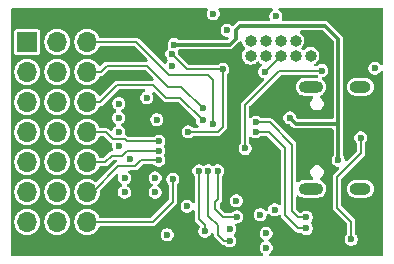
<source format=gbr>
%TF.GenerationSoftware,KiCad,Pcbnew,9.0.0*%
%TF.CreationDate,2025-06-23T18:52:11-04:00*%
%TF.ProjectId,CRSF_PWM_Gyro,43525346-5f50-4574-9d5f-4779726f2e6b,rev?*%
%TF.SameCoordinates,Original*%
%TF.FileFunction,Copper,L4,Bot*%
%TF.FilePolarity,Positive*%
%FSLAX46Y46*%
G04 Gerber Fmt 4.6, Leading zero omitted, Abs format (unit mm)*
G04 Created by KiCad (PCBNEW 9.0.0) date 2025-06-23 18:52:11*
%MOMM*%
%LPD*%
G01*
G04 APERTURE LIST*
%TA.AperFunction,ComponentPad*%
%ADD10R,1.000000X1.000000*%
%TD*%
%TA.AperFunction,ComponentPad*%
%ADD11O,1.000000X1.000000*%
%TD*%
%TA.AperFunction,ComponentPad*%
%ADD12R,1.700000X1.700000*%
%TD*%
%TA.AperFunction,ComponentPad*%
%ADD13O,1.700000X1.700000*%
%TD*%
%TA.AperFunction,HeatsinkPad*%
%ADD14O,2.100000X1.000000*%
%TD*%
%TA.AperFunction,HeatsinkPad*%
%ADD15O,1.800000X1.000000*%
%TD*%
%TA.AperFunction,ViaPad*%
%ADD16C,0.600000*%
%TD*%
%TA.AperFunction,Conductor*%
%ADD17C,0.200000*%
%TD*%
%TA.AperFunction,Conductor*%
%ADD18C,0.300000*%
%TD*%
G04 APERTURE END LIST*
D10*
%TO.P,SWD1,1,Pin_1*%
%TO.N,+3.3V*%
X145850000Y-80775000D03*
D11*
%TO.P,SWD1,2,Pin_2*%
%TO.N,SWD_DIO*%
X145850000Y-82045000D03*
%TO.P,SWD1,3,Pin_3*%
%TO.N,GND*%
X144580000Y-80775000D03*
%TO.P,SWD1,4,Pin_4*%
%TO.N,SWD_CLK*%
X144580000Y-82045000D03*
%TO.P,SWD1,5,Pin_5*%
%TO.N,GND*%
X143310000Y-80775000D03*
%TO.P,SWD1,6,Pin_6*%
%TO.N,SWD_SWO*%
X143310000Y-82045000D03*
%TO.P,SWD1,7,Pin_7*%
%TO.N,unconnected-(SWD1-Pin_7-Pad7)*%
X142040000Y-80775000D03*
%TO.P,SWD1,8,Pin_8*%
%TO.N,unconnected-(SWD1-Pin_8-Pad8)*%
X142040000Y-82045000D03*
%TO.P,SWD1,9,Pin_9*%
%TO.N,GND*%
X140770000Y-80775000D03*
%TO.P,SWD1,10,Pin_10*%
%TO.N,N_RESET*%
X140770000Y-82045000D03*
%TD*%
D12*
%TO.P,J2,1,Pin_1*%
%TO.N,GND*%
X121863000Y-80880000D03*
D13*
%TO.P,J2,2,Pin_2*%
%TO.N,V_ESC*%
X124403000Y-80880000D03*
%TO.P,J2,3,Pin_3*%
%TO.N,CRSF_RX_To_MCU*%
X126943000Y-80880000D03*
%TO.P,J2,4,Pin_4*%
%TO.N,GND*%
X121863000Y-83420000D03*
%TO.P,J2,5,Pin_5*%
%TO.N,V_ESC*%
X124403000Y-83420000D03*
%TO.P,J2,6,Pin_6*%
%TO.N,CH1_PWM*%
X126943000Y-83420000D03*
%TO.P,J2,7,Pin_7*%
%TO.N,GND*%
X121863000Y-85960000D03*
%TO.P,J2,8,Pin_8*%
%TO.N,V_ESC*%
X124403000Y-85960000D03*
%TO.P,J2,9,Pin_9*%
%TO.N,CH2_PWM*%
X126943000Y-85960000D03*
%TO.P,J2,10,Pin_10*%
%TO.N,GND*%
X121863000Y-88500000D03*
%TO.P,J2,11,Pin_11*%
%TO.N,V_ESC*%
X124403000Y-88500000D03*
%TO.P,J2,12,Pin_12*%
%TO.N,CH3_PWM*%
X126943000Y-88500000D03*
%TO.P,J2,13,Pin_13*%
%TO.N,GND*%
X121863000Y-91040000D03*
%TO.P,J2,14,Pin_14*%
%TO.N,V_ESC*%
X124403000Y-91040000D03*
%TO.P,J2,15,Pin_15*%
%TO.N,CH4_PWM*%
X126943000Y-91040000D03*
%TO.P,J2,16,Pin_16*%
%TO.N,GND*%
X121863000Y-93580000D03*
%TO.P,J2,17,Pin_17*%
%TO.N,V_ESC*%
X124403000Y-93580000D03*
%TO.P,J2,18,Pin_18*%
%TO.N,CH5_PWM*%
X126943000Y-93580000D03*
%TO.P,J2,19,Pin_19*%
%TO.N,GND*%
X121863000Y-96120000D03*
%TO.P,J2,20,Pin_20*%
%TO.N,V_ESC*%
X124403000Y-96120000D03*
%TO.P,J2,21,Pin_21*%
%TO.N,CH6_PWM*%
X126943000Y-96120000D03*
%TD*%
D14*
%TO.P,J1,S1,SHIELD*%
%TO.N,GND*%
X145895000Y-93320000D03*
D15*
X150075000Y-93320000D03*
D14*
X145895000Y-84680000D03*
D15*
X150075000Y-84680000D03*
%TD*%
D16*
%TO.N,+3.3V*%
X142000000Y-93000000D03*
X140400000Y-95500000D03*
X131700000Y-83798548D03*
X133700000Y-96000000D03*
X145800000Y-78700000D03*
X139600000Y-82000000D03*
X138400000Y-94800000D03*
X150500000Y-94600000D03*
X150300000Y-80900000D03*
%TO.N,GND*%
X133700000Y-97200000D03*
X142100000Y-98300000D03*
X129600000Y-89700000D03*
X130600000Y-90800000D03*
X137600000Y-78500000D03*
X134100000Y-82900000D03*
X132700000Y-93600000D03*
X151300000Y-83100000D03*
X129600000Y-88500000D03*
X129600000Y-87300000D03*
X141600000Y-95500000D03*
X130100000Y-92400000D03*
X130100000Y-93600000D03*
X135400000Y-94800000D03*
X142100000Y-97100000D03*
X132700000Y-92400000D03*
X139562133Y-94338618D03*
X129600000Y-86100000D03*
X142900000Y-78700000D03*
X142800000Y-95100000D03*
X139000001Y-96695436D03*
X138800000Y-79900000D03*
X132824151Y-87456609D03*
X132000000Y-85600000D03*
%TO.N,N_RESET*%
X135500000Y-88500000D03*
X134100000Y-81900000D03*
X138400000Y-83200000D03*
%TO.N,CRSF_RX_To_MCU*%
X137600000Y-87800000D03*
%TO.N,Net-(J1-CC2)*%
X149300000Y-97600000D03*
X150100000Y-89000000D03*
%TO.N,CH2_PWM*%
X136700000Y-87500000D03*
%TO.N,CH4_PWM*%
X133000000Y-90100000D03*
%TO.N,CH6_PWM*%
X134200000Y-92500000D03*
%TO.N,CH5_PWM*%
X133000000Y-90900000D03*
%TO.N,CH1_PWM*%
X136700000Y-86500000D03*
%TO.N,CH3_PWM*%
X133000000Y-89300000D03*
%TO.N,Net-(MT1-AP_SDA{slash}AP_SDIO{slash}AP_SDI)*%
X138000000Y-91800000D03*
X139601000Y-95700000D03*
%TO.N,Net-(MT1-AP_SCL{slash}AP_SCLK)*%
X136400000Y-91800000D03*
X136900000Y-96900000D03*
%TO.N,Net-(MT1-AP_SDO{slash}AP_AD0)*%
X137200000Y-91800000D03*
X139000000Y-97700000D03*
%TO.N,Net-(SW1-A)*%
X146800000Y-83300000D03*
X140300000Y-89900000D03*
%TO.N,STATUS_LED_BLUE*%
X145500000Y-95725000D03*
X141200000Y-87700000D03*
%TO.N,STATUS_LED_RED*%
X141200000Y-88500000D03*
X145500000Y-96675000D03*
%TO.N,SWD_SWO*%
X141955000Y-83400000D03*
%TO.N,Net-(D1-A-Pad2)*%
X144100000Y-87300000D03*
X148200000Y-90900000D03*
X134300000Y-81100000D03*
%TD*%
D17*
%TO.N,N_RESET*%
X138400000Y-88100000D02*
X138400000Y-83200000D01*
X135400000Y-83200000D02*
X134100000Y-81900000D01*
X138400000Y-83200000D02*
X135400000Y-83200000D01*
X135500000Y-88500000D02*
X138000000Y-88500000D01*
X138000000Y-88500000D02*
X138400000Y-88100000D01*
%TO.N,CRSF_RX_To_MCU*%
X137600000Y-87800000D02*
X137600000Y-84100000D01*
X131080000Y-80880000D02*
X126943000Y-80880000D01*
X133900000Y-83700000D02*
X131080000Y-80880000D01*
X137200000Y-83700000D02*
X133900000Y-83700000D01*
X137600000Y-84100000D02*
X137200000Y-83700000D01*
%TO.N,Net-(J1-CC2)*%
X148100000Y-94900000D02*
X149300000Y-96100000D01*
X149300000Y-96100000D02*
X149300000Y-97600000D01*
X150100000Y-89000000D02*
X150100000Y-90300000D01*
X148100000Y-92300000D02*
X148100000Y-94900000D01*
X150100000Y-90300000D02*
X148100000Y-92300000D01*
%TO.N,CH2_PWM*%
X133600000Y-85600000D02*
X132500000Y-84500000D01*
X132500000Y-84500000D02*
X129500000Y-84500000D01*
X128040000Y-85960000D02*
X126943000Y-85960000D01*
X134800000Y-85600000D02*
X133600000Y-85600000D01*
X136700000Y-87500000D02*
X134800000Y-85600000D01*
X129500000Y-84500000D02*
X128040000Y-85960000D01*
%TO.N,CH4_PWM*%
X130300000Y-90100000D02*
X129900000Y-90500000D01*
X129000000Y-90500000D02*
X128460000Y-91040000D01*
X133000000Y-90100000D02*
X130300000Y-90100000D01*
X128460000Y-91040000D02*
X126943000Y-91040000D01*
X129900000Y-90500000D02*
X129000000Y-90500000D01*
%TO.N,CH6_PWM*%
X134200000Y-94400000D02*
X132480000Y-96120000D01*
X134200000Y-92500000D02*
X134200000Y-94400000D01*
X132480000Y-96120000D02*
X126943000Y-96120000D01*
%TO.N,CH5_PWM*%
X131000000Y-91400000D02*
X129567100Y-91400000D01*
X133000000Y-90900000D02*
X131500000Y-90900000D01*
X131500000Y-90900000D02*
X131000000Y-91400000D01*
X129567100Y-91400000D02*
X127387100Y-93580000D01*
X127387100Y-93580000D02*
X126943000Y-93580000D01*
%TO.N,CH1_PWM*%
X133800000Y-84700000D02*
X132000000Y-82900000D01*
X132000000Y-82900000D02*
X128600000Y-82900000D01*
X128600000Y-82900000D02*
X128080000Y-83420000D01*
X134900000Y-84700000D02*
X133800000Y-84700000D01*
X136700000Y-86500000D02*
X134900000Y-84700000D01*
X128080000Y-83420000D02*
X126943000Y-83420000D01*
%TO.N,CH3_PWM*%
X130300000Y-89300000D02*
X130100000Y-89100000D01*
X129100000Y-89100000D02*
X128500000Y-88500000D01*
X128500000Y-88500000D02*
X126943000Y-88500000D01*
X130100000Y-89100000D02*
X129100000Y-89100000D01*
X133000000Y-89300000D02*
X130300000Y-89300000D01*
%TO.N,Net-(MT1-AP_SDA{slash}AP_SDIO{slash}AP_SDI)*%
X137799000Y-95048943D02*
X137799000Y-94401000D01*
X138000000Y-94200000D02*
X138000000Y-91800000D01*
X139601000Y-95700000D02*
X138450057Y-95700000D01*
X137799000Y-94401000D02*
X138000000Y-94200000D01*
X138450057Y-95700000D02*
X137799000Y-95048943D01*
%TO.N,Net-(MT1-AP_SCL{slash}AP_SCLK)*%
X136400000Y-95900000D02*
X136900000Y-96400000D01*
X136900000Y-96400000D02*
X136900000Y-96900000D01*
X136400000Y-91800000D02*
X136400000Y-95900000D01*
%TO.N,Net-(MT1-AP_SDO{slash}AP_AD0)*%
X137200000Y-95600000D02*
X137200000Y-91800000D01*
X138000000Y-97200000D02*
X138000000Y-96400000D01*
X138000000Y-96400000D02*
X137200000Y-95600000D01*
X139000000Y-97700000D02*
X138500000Y-97700000D01*
X138500000Y-97700000D02*
X138000000Y-97200000D01*
%TO.N,Net-(SW1-A)*%
X140300000Y-89900000D02*
X140300000Y-86200000D01*
X140300000Y-86200000D02*
X143200000Y-83300000D01*
X143200000Y-83300000D02*
X146800000Y-83300000D01*
%TO.N,STATUS_LED_BLUE*%
X142400000Y-87700000D02*
X141200000Y-87700000D01*
X144825000Y-95725000D02*
X144300000Y-95200000D01*
X145500000Y-95725000D02*
X144825000Y-95725000D01*
X144300000Y-95200000D02*
X144300000Y-89600000D01*
X144300000Y-89600000D02*
X142400000Y-87700000D01*
%TO.N,STATUS_LED_RED*%
X143700000Y-89900000D02*
X142300000Y-88500000D01*
X145500000Y-96675000D02*
X144825000Y-96675000D01*
X143700000Y-95550000D02*
X143700000Y-89900000D01*
X144825000Y-96675000D02*
X143700000Y-95550000D01*
X142300000Y-88500000D02*
X141200000Y-88500000D01*
%TO.N,SWD_SWO*%
X141955000Y-83400000D02*
X143310000Y-82045000D01*
D18*
%TO.N,Net-(D1-A-Pad2)*%
X147100000Y-79500000D02*
X148200000Y-80600000D01*
X148200000Y-90900000D02*
X148200000Y-87800000D01*
X144100000Y-87300000D02*
X144600000Y-87800000D01*
X139500000Y-79900000D02*
X139900000Y-79500000D01*
X148200000Y-80600000D02*
X148200000Y-87800000D01*
X139900000Y-79500000D02*
X147100000Y-79500000D01*
X134300000Y-81100000D02*
X139000000Y-81100000D01*
X144600000Y-87800000D02*
X148200000Y-87800000D01*
X139500000Y-80600000D02*
X139500000Y-79900000D01*
X139000000Y-81100000D02*
X139500000Y-80600000D01*
%TD*%
%TA.AperFunction,Conductor*%
%TO.N,+3.3V*%
G36*
X137104989Y-78020185D02*
G01*
X137150744Y-78072989D01*
X137160688Y-78142147D01*
X137145337Y-78186500D01*
X137087017Y-78287511D01*
X137087016Y-78287515D01*
X137049500Y-78427525D01*
X137049500Y-78572475D01*
X137087016Y-78712485D01*
X137087017Y-78712488D01*
X137159488Y-78838011D01*
X137159490Y-78838013D01*
X137159491Y-78838015D01*
X137261985Y-78940509D01*
X137261986Y-78940510D01*
X137261988Y-78940511D01*
X137387511Y-79012982D01*
X137387512Y-79012982D01*
X137387515Y-79012984D01*
X137527525Y-79050500D01*
X137527528Y-79050500D01*
X137672472Y-79050500D01*
X137672475Y-79050500D01*
X137812485Y-79012984D01*
X137938015Y-78940509D01*
X138040509Y-78838015D01*
X138112984Y-78712485D01*
X138150500Y-78572475D01*
X138150500Y-78427525D01*
X138112984Y-78287515D01*
X138096805Y-78259493D01*
X138054663Y-78186500D01*
X138038190Y-78118600D01*
X138061042Y-78052573D01*
X138115963Y-78009383D01*
X138162050Y-78000500D01*
X142547796Y-78000500D01*
X142614835Y-78020185D01*
X142660590Y-78072989D01*
X142670534Y-78142147D01*
X142641509Y-78205703D01*
X142609796Y-78231887D01*
X142561988Y-78259488D01*
X142561982Y-78259493D01*
X142459493Y-78361982D01*
X142459488Y-78361988D01*
X142387017Y-78487511D01*
X142387016Y-78487515D01*
X142349500Y-78627525D01*
X142349500Y-78772475D01*
X142383940Y-78901006D01*
X142387017Y-78912489D01*
X142387018Y-78912492D01*
X142387603Y-78913504D01*
X142387836Y-78914465D01*
X142390128Y-78919999D01*
X142389265Y-78920356D01*
X142404073Y-78981405D01*
X142381219Y-79047431D01*
X142326296Y-79090619D01*
X142280214Y-79099500D01*
X139847273Y-79099500D01*
X139745413Y-79126793D01*
X139745410Y-79126794D01*
X139654090Y-79179517D01*
X139654089Y-79179518D01*
X139343746Y-79489860D01*
X139282423Y-79523344D01*
X139212731Y-79518360D01*
X139168385Y-79489860D01*
X139138018Y-79459494D01*
X139138017Y-79459493D01*
X139138015Y-79459491D01*
X139138013Y-79459490D01*
X139138011Y-79459488D01*
X139012488Y-79387017D01*
X139012489Y-79387017D01*
X139001006Y-79383940D01*
X138872475Y-79349500D01*
X138727525Y-79349500D01*
X138598993Y-79383940D01*
X138587511Y-79387017D01*
X138461988Y-79459488D01*
X138461982Y-79459493D01*
X138359493Y-79561982D01*
X138359488Y-79561988D01*
X138287017Y-79687511D01*
X138287016Y-79687515D01*
X138249500Y-79827525D01*
X138249500Y-79972475D01*
X138285199Y-80105703D01*
X138287017Y-80112488D01*
X138359488Y-80238011D01*
X138359490Y-80238013D01*
X138359491Y-80238015D01*
X138461985Y-80340509D01*
X138461986Y-80340510D01*
X138461988Y-80340511D01*
X138587511Y-80412982D01*
X138587512Y-80412982D01*
X138587515Y-80412984D01*
X138727525Y-80450500D01*
X138727528Y-80450500D01*
X138783745Y-80450500D01*
X138804990Y-80456738D01*
X138827079Y-80458318D01*
X138837862Y-80466390D01*
X138850784Y-80470185D01*
X138865283Y-80486918D01*
X138883012Y-80500190D01*
X138887719Y-80512810D01*
X138896539Y-80522989D01*
X138899690Y-80544906D01*
X138907429Y-80565654D01*
X138904566Y-80578814D01*
X138906483Y-80592147D01*
X138897283Y-80612290D01*
X138892577Y-80633927D01*
X138879308Y-80651652D01*
X138877458Y-80655703D01*
X138871426Y-80662181D01*
X138870426Y-80663181D01*
X138809103Y-80696666D01*
X138782745Y-80699500D01*
X134729386Y-80699500D01*
X134662347Y-80679815D01*
X134641705Y-80663181D01*
X134638017Y-80659493D01*
X134638011Y-80659488D01*
X134512488Y-80587017D01*
X134512489Y-80587017D01*
X134481875Y-80578814D01*
X134372475Y-80549500D01*
X134227525Y-80549500D01*
X134118125Y-80578814D01*
X134087511Y-80587017D01*
X133961988Y-80659488D01*
X133961982Y-80659493D01*
X133859493Y-80761982D01*
X133859488Y-80761988D01*
X133787017Y-80887511D01*
X133787016Y-80887515D01*
X133749500Y-81027525D01*
X133749500Y-81172475D01*
X133771189Y-81253419D01*
X133787016Y-81312486D01*
X133790127Y-81319995D01*
X133787413Y-81321119D01*
X133800559Y-81375315D01*
X133777705Y-81441342D01*
X133764382Y-81457092D01*
X133659494Y-81561981D01*
X133659488Y-81561988D01*
X133587017Y-81687511D01*
X133587016Y-81687515D01*
X133549500Y-81827525D01*
X133549500Y-81972475D01*
X133554501Y-81991137D01*
X133587017Y-82112488D01*
X133659488Y-82238011D01*
X133659493Y-82238017D01*
X133733795Y-82312319D01*
X133767280Y-82373642D01*
X133762296Y-82443334D01*
X133733795Y-82487681D01*
X133659493Y-82561982D01*
X133659491Y-82561985D01*
X133593212Y-82676782D01*
X133542644Y-82724997D01*
X133474037Y-82738219D01*
X133409172Y-82712251D01*
X133398144Y-82702462D01*
X131295213Y-80599531D01*
X131295208Y-80599527D01*
X131215290Y-80553387D01*
X131215283Y-80553384D01*
X131200786Y-80549499D01*
X131200786Y-80549500D01*
X131163464Y-80539500D01*
X131126144Y-80529500D01*
X131126143Y-80529500D01*
X128075519Y-80529500D01*
X128008480Y-80509815D01*
X127965034Y-80461795D01*
X127907800Y-80349467D01*
X127884232Y-80303212D01*
X127782414Y-80163072D01*
X127659928Y-80040586D01*
X127519788Y-79938768D01*
X127365445Y-79860127D01*
X127200701Y-79806598D01*
X127200699Y-79806597D01*
X127200698Y-79806597D01*
X127069271Y-79785781D01*
X127029611Y-79779500D01*
X126856389Y-79779500D01*
X126816728Y-79785781D01*
X126685302Y-79806597D01*
X126520552Y-79860128D01*
X126366211Y-79938768D01*
X126319818Y-79972475D01*
X126226072Y-80040586D01*
X126226070Y-80040588D01*
X126226069Y-80040588D01*
X126103588Y-80163069D01*
X126103588Y-80163070D01*
X126103586Y-80163072D01*
X126059859Y-80223256D01*
X126001768Y-80303211D01*
X125923128Y-80457552D01*
X125869597Y-80622302D01*
X125842500Y-80793389D01*
X125842500Y-80966610D01*
X125868457Y-81130501D01*
X125869598Y-81137701D01*
X125923127Y-81302445D01*
X126001768Y-81456788D01*
X126103586Y-81596928D01*
X126226072Y-81719414D01*
X126366212Y-81821232D01*
X126520555Y-81899873D01*
X126685299Y-81953402D01*
X126856389Y-81980500D01*
X126856390Y-81980500D01*
X127029610Y-81980500D01*
X127029611Y-81980500D01*
X127200701Y-81953402D01*
X127365445Y-81899873D01*
X127519788Y-81821232D01*
X127659928Y-81719414D01*
X127782414Y-81596928D01*
X127884232Y-81456788D01*
X127952747Y-81322319D01*
X127965034Y-81298205D01*
X128013009Y-81247409D01*
X128075519Y-81230500D01*
X130883456Y-81230500D01*
X130950495Y-81250185D01*
X130971137Y-81266819D01*
X132042137Y-82337819D01*
X132075622Y-82399142D01*
X132070638Y-82468834D01*
X132028766Y-82524767D01*
X131963302Y-82549184D01*
X131954456Y-82549500D01*
X128553856Y-82549500D01*
X128464712Y-82573386D01*
X128464709Y-82573387D01*
X128384791Y-82619527D01*
X128384790Y-82619528D01*
X128098370Y-82905947D01*
X128037047Y-82939431D01*
X127967355Y-82934447D01*
X127911422Y-82892575D01*
X127900204Y-82874559D01*
X127884233Y-82843213D01*
X127849567Y-82795500D01*
X127782414Y-82703072D01*
X127659928Y-82580586D01*
X127519788Y-82478768D01*
X127365445Y-82400127D01*
X127200701Y-82346598D01*
X127200699Y-82346597D01*
X127200698Y-82346597D01*
X127069271Y-82325781D01*
X127029611Y-82319500D01*
X126856389Y-82319500D01*
X126816728Y-82325781D01*
X126685302Y-82346597D01*
X126685299Y-82346598D01*
X126523587Y-82399142D01*
X126520552Y-82400128D01*
X126366211Y-82478768D01*
X126353944Y-82487681D01*
X126226072Y-82580586D01*
X126226070Y-82580588D01*
X126226069Y-82580588D01*
X126103588Y-82703069D01*
X126103588Y-82703070D01*
X126103586Y-82703072D01*
X126087657Y-82724997D01*
X126001768Y-82843211D01*
X125923128Y-82997552D01*
X125869597Y-83162302D01*
X125842500Y-83333389D01*
X125842500Y-83506610D01*
X125868407Y-83670185D01*
X125869598Y-83677701D01*
X125923127Y-83842445D01*
X126001768Y-83996788D01*
X126103586Y-84136928D01*
X126226072Y-84259414D01*
X126366212Y-84361232D01*
X126520555Y-84439873D01*
X126685299Y-84493402D01*
X126856389Y-84520500D01*
X126856390Y-84520500D01*
X127029610Y-84520500D01*
X127029611Y-84520500D01*
X127200701Y-84493402D01*
X127365445Y-84439873D01*
X127519788Y-84361232D01*
X127659928Y-84259414D01*
X127782414Y-84136928D01*
X127884232Y-83996788D01*
X127933774Y-83899554D01*
X127965034Y-83838205D01*
X128013009Y-83787409D01*
X128048114Y-83773566D01*
X128061644Y-83770500D01*
X128126144Y-83770500D01*
X128215288Y-83746614D01*
X128230182Y-83738015D01*
X128295212Y-83700470D01*
X128708863Y-83286819D01*
X128770186Y-83253334D01*
X128796544Y-83250500D01*
X131803456Y-83250500D01*
X131870495Y-83270185D01*
X131891137Y-83286819D01*
X132542137Y-83937819D01*
X132575622Y-83999142D01*
X132570638Y-84068834D01*
X132528766Y-84124767D01*
X132463302Y-84149184D01*
X132454456Y-84149500D01*
X129453856Y-84149500D01*
X129364712Y-84173386D01*
X129364709Y-84173387D01*
X129284791Y-84219527D01*
X129284786Y-84219531D01*
X128084869Y-85419448D01*
X128023546Y-85452933D01*
X127953854Y-85447949D01*
X127897921Y-85406077D01*
X127886703Y-85388061D01*
X127884233Y-85383213D01*
X127837964Y-85319530D01*
X127782414Y-85243072D01*
X127659928Y-85120586D01*
X127519788Y-85018768D01*
X127365445Y-84940127D01*
X127200701Y-84886598D01*
X127200699Y-84886597D01*
X127200698Y-84886597D01*
X127069271Y-84865781D01*
X127029611Y-84859500D01*
X126856389Y-84859500D01*
X126816728Y-84865781D01*
X126685302Y-84886597D01*
X126520552Y-84940128D01*
X126366211Y-85018768D01*
X126315375Y-85055703D01*
X126226072Y-85120586D01*
X126226070Y-85120588D01*
X126226069Y-85120588D01*
X126103588Y-85243069D01*
X126103588Y-85243070D01*
X126103586Y-85243072D01*
X126089143Y-85262951D01*
X126001768Y-85383211D01*
X125923128Y-85537552D01*
X125869597Y-85702302D01*
X125860144Y-85761988D01*
X125842500Y-85873389D01*
X125842500Y-86046611D01*
X125850061Y-86094352D01*
X125864539Y-86185764D01*
X125869598Y-86217701D01*
X125923127Y-86382445D01*
X126001768Y-86536788D01*
X126103586Y-86676928D01*
X126226072Y-86799414D01*
X126366212Y-86901232D01*
X126520555Y-86979873D01*
X126685299Y-87033402D01*
X126856389Y-87060500D01*
X126856390Y-87060500D01*
X127029610Y-87060500D01*
X127029611Y-87060500D01*
X127200701Y-87033402D01*
X127365445Y-86979873D01*
X127519788Y-86901232D01*
X127659928Y-86799414D01*
X127782414Y-86676928D01*
X127884232Y-86536788D01*
X127955690Y-86396543D01*
X127965034Y-86378205D01*
X128013009Y-86327409D01*
X128075519Y-86310500D01*
X128086142Y-86310500D01*
X128086144Y-86310500D01*
X128175288Y-86286614D01*
X128178451Y-86284788D01*
X128255212Y-86240470D01*
X129608863Y-84886819D01*
X129670186Y-84853334D01*
X129696544Y-84850500D01*
X131735124Y-84850500D01*
X131802163Y-84870185D01*
X131847918Y-84922989D01*
X131857862Y-84992147D01*
X131828837Y-85055703D01*
X131793523Y-85081168D01*
X131794553Y-85082952D01*
X131661988Y-85159488D01*
X131661982Y-85159493D01*
X131559493Y-85261982D01*
X131559488Y-85261988D01*
X131487017Y-85387511D01*
X131487016Y-85387515D01*
X131449500Y-85527525D01*
X131449500Y-85672475D01*
X131487016Y-85812485D01*
X131487017Y-85812488D01*
X131559488Y-85938011D01*
X131559490Y-85938013D01*
X131559491Y-85938015D01*
X131661985Y-86040509D01*
X131661986Y-86040510D01*
X131661988Y-86040511D01*
X131787511Y-86112982D01*
X131787512Y-86112982D01*
X131787515Y-86112984D01*
X131927525Y-86150500D01*
X131927528Y-86150500D01*
X132072472Y-86150500D01*
X132072475Y-86150500D01*
X132212485Y-86112984D01*
X132338015Y-86040509D01*
X132440509Y-85938015D01*
X132512984Y-85812485D01*
X132550500Y-85672475D01*
X132550500Y-85527525D01*
X132512984Y-85387515D01*
X132466401Y-85306832D01*
X132449929Y-85238934D01*
X132472781Y-85172907D01*
X132527702Y-85129716D01*
X132597255Y-85123074D01*
X132659358Y-85155089D01*
X132661470Y-85157152D01*
X133384788Y-85880470D01*
X133452444Y-85919531D01*
X133464712Y-85926614D01*
X133553856Y-85950500D01*
X134603456Y-85950500D01*
X134670495Y-85970185D01*
X134691137Y-85986819D01*
X136113181Y-87408863D01*
X136146666Y-87470186D01*
X136149500Y-87496544D01*
X136149500Y-87572475D01*
X136175390Y-87669097D01*
X136187017Y-87712488D01*
X136259488Y-87838011D01*
X136259493Y-87838017D01*
X136359295Y-87937819D01*
X136392780Y-87999142D01*
X136387796Y-88068834D01*
X136345924Y-88124767D01*
X136280460Y-88149184D01*
X136271614Y-88149500D01*
X135979386Y-88149500D01*
X135912347Y-88129815D01*
X135891705Y-88113181D01*
X135838017Y-88059493D01*
X135838011Y-88059488D01*
X135712488Y-87987017D01*
X135712489Y-87987017D01*
X135673810Y-87976653D01*
X135572475Y-87949500D01*
X135427525Y-87949500D01*
X135326190Y-87976653D01*
X135287511Y-87987017D01*
X135161988Y-88059488D01*
X135161982Y-88059493D01*
X135059493Y-88161982D01*
X135059488Y-88161988D01*
X134987017Y-88287511D01*
X134987016Y-88287515D01*
X134949500Y-88427525D01*
X134949500Y-88572475D01*
X134976064Y-88671611D01*
X134987017Y-88712488D01*
X135059488Y-88838011D01*
X135059490Y-88838013D01*
X135059491Y-88838015D01*
X135161985Y-88940509D01*
X135161986Y-88940510D01*
X135161988Y-88940511D01*
X135287511Y-89012982D01*
X135287512Y-89012982D01*
X135287515Y-89012984D01*
X135427525Y-89050500D01*
X135427528Y-89050500D01*
X135572472Y-89050500D01*
X135572475Y-89050500D01*
X135712485Y-89012984D01*
X135838015Y-88940509D01*
X135891705Y-88886819D01*
X135953028Y-88853334D01*
X135979386Y-88850500D01*
X138046142Y-88850500D01*
X138046144Y-88850500D01*
X138135288Y-88826614D01*
X138147558Y-88819530D01*
X138215212Y-88780470D01*
X138680469Y-88315212D01*
X138696460Y-88287515D01*
X138726613Y-88235290D01*
X138726614Y-88235288D01*
X138735935Y-88200500D01*
X138750500Y-88146144D01*
X138750500Y-83679386D01*
X138770185Y-83612347D01*
X138786819Y-83591705D01*
X138840509Y-83538015D01*
X138912984Y-83412485D01*
X138950500Y-83272475D01*
X138950500Y-83127525D01*
X138912984Y-82987515D01*
X138898244Y-82961985D01*
X138840511Y-82861988D01*
X138840506Y-82861982D01*
X138738017Y-82759493D01*
X138738011Y-82759488D01*
X138612488Y-82687017D01*
X138612489Y-82687017D01*
X138601006Y-82683940D01*
X138472475Y-82649500D01*
X138327525Y-82649500D01*
X138198993Y-82683940D01*
X138187511Y-82687017D01*
X138061988Y-82759488D01*
X138061982Y-82759493D01*
X138008295Y-82813181D01*
X137946972Y-82846666D01*
X137920614Y-82849500D01*
X135596544Y-82849500D01*
X135529505Y-82829815D01*
X135508863Y-82813181D01*
X134686819Y-81991137D01*
X134653334Y-81929814D01*
X134650500Y-81903456D01*
X134650500Y-81827527D01*
X134650500Y-81827525D01*
X134612984Y-81687515D01*
X134612982Y-81687511D01*
X134612982Y-81687510D01*
X134609872Y-81680001D01*
X134612588Y-81678875D01*
X134609348Y-81665527D01*
X134599614Y-81639422D01*
X134601220Y-81632040D01*
X134599439Y-81624702D01*
X134608547Y-81598374D01*
X134614472Y-81571150D01*
X134620966Y-81562476D01*
X134622282Y-81558673D01*
X134635625Y-81542898D01*
X134638013Y-81540509D01*
X134638015Y-81540509D01*
X134641712Y-81536812D01*
X134703038Y-81503332D01*
X134729386Y-81500500D01*
X139052725Y-81500500D01*
X139052727Y-81500500D01*
X139154588Y-81473207D01*
X139245913Y-81420480D01*
X139745910Y-80920481D01*
X139745913Y-80920480D01*
X139820480Y-80845913D01*
X139820482Y-80845908D01*
X139821941Y-80844450D01*
X139883264Y-80810965D01*
X139883266Y-80810964D01*
X139923096Y-80813813D01*
X139952956Y-80815949D01*
X139952957Y-80815949D01*
X139952958Y-80815950D01*
X139954701Y-80817255D01*
X140008890Y-80857820D01*
X140031240Y-80907939D01*
X140048340Y-80993907D01*
X140048343Y-80993917D01*
X140104912Y-81130488D01*
X140104919Y-81130501D01*
X140187048Y-81253415D01*
X140187051Y-81253419D01*
X140255951Y-81322319D01*
X140289436Y-81383642D01*
X140284452Y-81453334D01*
X140255951Y-81497681D01*
X140187051Y-81566580D01*
X140187048Y-81566584D01*
X140104919Y-81689498D01*
X140104912Y-81689511D01*
X140048343Y-81826082D01*
X140048340Y-81826092D01*
X140019500Y-81971079D01*
X140019500Y-81971082D01*
X140019500Y-82118918D01*
X140019500Y-82118920D01*
X140019499Y-82118920D01*
X140048340Y-82263907D01*
X140048343Y-82263917D01*
X140104912Y-82400488D01*
X140104919Y-82400501D01*
X140187048Y-82523415D01*
X140187051Y-82523419D01*
X140291580Y-82627948D01*
X140291584Y-82627951D01*
X140414498Y-82710080D01*
X140414511Y-82710087D01*
X140551082Y-82766656D01*
X140551087Y-82766658D01*
X140551091Y-82766658D01*
X140551092Y-82766659D01*
X140696079Y-82795500D01*
X140696082Y-82795500D01*
X140843920Y-82795500D01*
X140941462Y-82776096D01*
X140988913Y-82766658D01*
X141118566Y-82712954D01*
X141125488Y-82710087D01*
X141125488Y-82710086D01*
X141125495Y-82710084D01*
X141248416Y-82627951D01*
X141256840Y-82619527D01*
X141317319Y-82559049D01*
X141378642Y-82525564D01*
X141448334Y-82530548D01*
X141492681Y-82559049D01*
X141561583Y-82627951D01*
X141687646Y-82712183D01*
X141732451Y-82765795D01*
X141741158Y-82835120D01*
X141711004Y-82898147D01*
X141680757Y-82922671D01*
X141616988Y-82959489D01*
X141616982Y-82959493D01*
X141514493Y-83061982D01*
X141514488Y-83061988D01*
X141442017Y-83187511D01*
X141442016Y-83187515D01*
X141404500Y-83327525D01*
X141404500Y-83472475D01*
X141425407Y-83550500D01*
X141442017Y-83612488D01*
X141514488Y-83738011D01*
X141514490Y-83738013D01*
X141514491Y-83738015D01*
X141616985Y-83840509D01*
X141616986Y-83840510D01*
X141616988Y-83840511D01*
X141742511Y-83912982D01*
X141742512Y-83912982D01*
X141742515Y-83912984D01*
X141810166Y-83931111D01*
X141869824Y-83967475D01*
X141900353Y-84030322D01*
X141892058Y-84099698D01*
X141865751Y-84138566D01*
X140019532Y-85984785D01*
X140019527Y-85984791D01*
X139976401Y-86059487D01*
X139976402Y-86059488D01*
X139973385Y-86064713D01*
X139949500Y-86153856D01*
X139949500Y-89420614D01*
X139929815Y-89487653D01*
X139913181Y-89508295D01*
X139859493Y-89561982D01*
X139859488Y-89561988D01*
X139787017Y-89687511D01*
X139787016Y-89687515D01*
X139749500Y-89827525D01*
X139749500Y-89972475D01*
X139784597Y-90103456D01*
X139787017Y-90112488D01*
X139859488Y-90238011D01*
X139859490Y-90238013D01*
X139859491Y-90238015D01*
X139961985Y-90340509D01*
X139961986Y-90340510D01*
X139961988Y-90340511D01*
X140087511Y-90412982D01*
X140087512Y-90412982D01*
X140087515Y-90412984D01*
X140227525Y-90450500D01*
X140227528Y-90450500D01*
X140372472Y-90450500D01*
X140372475Y-90450500D01*
X140512485Y-90412984D01*
X140638015Y-90340509D01*
X140740509Y-90238015D01*
X140812984Y-90112485D01*
X140850500Y-89972475D01*
X140850500Y-89827525D01*
X140812984Y-89687515D01*
X140791613Y-89650500D01*
X140740511Y-89561988D01*
X140740506Y-89561982D01*
X140686819Y-89508295D01*
X140653334Y-89446972D01*
X140650500Y-89420614D01*
X140650500Y-89028386D01*
X140670185Y-88961347D01*
X140722989Y-88915592D01*
X140792147Y-88905648D01*
X140855703Y-88934673D01*
X140861898Y-88940442D01*
X140861988Y-88940511D01*
X140987511Y-89012982D01*
X140987512Y-89012982D01*
X140987515Y-89012984D01*
X141127525Y-89050500D01*
X141127528Y-89050500D01*
X141272472Y-89050500D01*
X141272475Y-89050500D01*
X141412485Y-89012984D01*
X141538015Y-88940509D01*
X141591705Y-88886819D01*
X141653028Y-88853334D01*
X141679386Y-88850500D01*
X142103456Y-88850500D01*
X142170495Y-88870185D01*
X142191137Y-88886819D01*
X143313181Y-90008863D01*
X143346666Y-90070186D01*
X143349500Y-90096544D01*
X143349500Y-94571614D01*
X143329815Y-94638653D01*
X143277011Y-94684408D01*
X143207853Y-94694352D01*
X143144297Y-94665327D01*
X143138101Y-94659557D01*
X143138011Y-94659488D01*
X143012488Y-94587017D01*
X143012489Y-94587017D01*
X143001006Y-94583940D01*
X142872475Y-94549500D01*
X142727525Y-94549500D01*
X142598993Y-94583940D01*
X142587511Y-94587017D01*
X142461988Y-94659488D01*
X142461982Y-94659493D01*
X142359493Y-94761982D01*
X142359488Y-94761988D01*
X142287017Y-94887511D01*
X142287016Y-94887515D01*
X142249500Y-95027525D01*
X142249500Y-95027527D01*
X142249500Y-95071614D01*
X142229815Y-95138653D01*
X142177011Y-95184408D01*
X142107853Y-95194352D01*
X142044297Y-95165327D01*
X142037819Y-95159295D01*
X141938017Y-95059493D01*
X141938011Y-95059488D01*
X141812488Y-94987017D01*
X141812489Y-94987017D01*
X141801006Y-94983940D01*
X141672475Y-94949500D01*
X141527525Y-94949500D01*
X141398993Y-94983940D01*
X141387511Y-94987017D01*
X141261988Y-95059488D01*
X141261982Y-95059493D01*
X141159493Y-95161982D01*
X141159488Y-95161988D01*
X141087017Y-95287511D01*
X141087016Y-95287515D01*
X141049500Y-95427525D01*
X141049500Y-95572475D01*
X141084152Y-95701795D01*
X141087017Y-95712488D01*
X141159488Y-95838011D01*
X141159490Y-95838013D01*
X141159491Y-95838015D01*
X141261985Y-95940509D01*
X141261986Y-95940510D01*
X141261988Y-95940511D01*
X141387511Y-96012982D01*
X141387512Y-96012982D01*
X141387515Y-96012984D01*
X141527525Y-96050500D01*
X141527528Y-96050500D01*
X141672472Y-96050500D01*
X141672475Y-96050500D01*
X141812485Y-96012984D01*
X141938015Y-95940509D01*
X142040509Y-95838015D01*
X142112984Y-95712485D01*
X142150500Y-95572475D01*
X142150500Y-95528386D01*
X142170185Y-95461347D01*
X142222989Y-95415592D01*
X142292147Y-95405648D01*
X142355703Y-95434673D01*
X142362181Y-95440705D01*
X142461985Y-95540509D01*
X142461986Y-95540510D01*
X142461988Y-95540511D01*
X142587511Y-95612982D01*
X142587512Y-95612982D01*
X142587515Y-95612984D01*
X142727525Y-95650500D01*
X142727528Y-95650500D01*
X142872472Y-95650500D01*
X142872475Y-95650500D01*
X143012485Y-95612984D01*
X143138015Y-95540509D01*
X143141179Y-95537344D01*
X143202498Y-95503857D01*
X143272190Y-95508838D01*
X143328126Y-95550706D01*
X143348638Y-95592928D01*
X143364964Y-95653856D01*
X143364963Y-95653856D01*
X143373384Y-95685283D01*
X143373387Y-95685290D01*
X143419527Y-95765208D01*
X143419529Y-95765211D01*
X143419530Y-95765212D01*
X144544531Y-96890212D01*
X144609788Y-96955469D01*
X144609791Y-96955470D01*
X144609794Y-96955473D01*
X144689706Y-97001611D01*
X144689707Y-97001611D01*
X144689712Y-97001614D01*
X144778856Y-97025500D01*
X145020614Y-97025500D01*
X145087653Y-97045185D01*
X145108295Y-97061819D01*
X145161985Y-97115509D01*
X145161986Y-97115510D01*
X145161988Y-97115511D01*
X145287511Y-97187982D01*
X145287512Y-97187982D01*
X145287515Y-97187984D01*
X145427525Y-97225500D01*
X145427528Y-97225500D01*
X145572472Y-97225500D01*
X145572475Y-97225500D01*
X145712485Y-97187984D01*
X145838015Y-97115509D01*
X145940509Y-97013015D01*
X146012984Y-96887485D01*
X146050500Y-96747475D01*
X146050500Y-96602525D01*
X146012984Y-96462515D01*
X145992472Y-96426988D01*
X145940511Y-96336988D01*
X145940506Y-96336982D01*
X145891205Y-96287681D01*
X145857720Y-96226358D01*
X145862704Y-96156666D01*
X145891205Y-96112319D01*
X145940509Y-96063015D01*
X146012984Y-95937485D01*
X146050500Y-95797475D01*
X146050500Y-95652525D01*
X146012984Y-95512515D01*
X146007985Y-95503857D01*
X145940511Y-95386988D01*
X145940506Y-95386982D01*
X145838017Y-95284493D01*
X145838011Y-95284488D01*
X145712488Y-95212017D01*
X145712489Y-95212017D01*
X145701006Y-95208940D01*
X145572475Y-95174500D01*
X145427525Y-95174500D01*
X145298993Y-95208940D01*
X145287511Y-95212017D01*
X145161988Y-95284488D01*
X145161982Y-95284493D01*
X145108760Y-95337716D01*
X145047437Y-95371201D01*
X144977745Y-95366217D01*
X144933398Y-95337716D01*
X144686819Y-95091137D01*
X144653334Y-95029814D01*
X144650500Y-95003456D01*
X144650500Y-93986230D01*
X144670185Y-93919191D01*
X144722989Y-93873436D01*
X144792147Y-93863492D01*
X144855703Y-93892517D01*
X144862181Y-93898549D01*
X144866580Y-93902948D01*
X144866584Y-93902951D01*
X144989498Y-93985080D01*
X144989511Y-93985087D01*
X145123306Y-94040506D01*
X145126087Y-94041658D01*
X145126091Y-94041658D01*
X145126092Y-94041659D01*
X145271079Y-94070500D01*
X145271082Y-94070500D01*
X146518920Y-94070500D01*
X146616462Y-94051096D01*
X146663913Y-94041658D01*
X146769547Y-93997902D01*
X146800488Y-93985087D01*
X146800488Y-93985086D01*
X146800495Y-93985084D01*
X146923416Y-93902951D01*
X147027951Y-93798416D01*
X147110084Y-93675495D01*
X147166658Y-93538913D01*
X147195500Y-93393918D01*
X147195500Y-93246082D01*
X147195500Y-93246079D01*
X147166659Y-93101092D01*
X147166658Y-93101091D01*
X147166658Y-93101087D01*
X147139500Y-93035521D01*
X147110087Y-92964511D01*
X147110080Y-92964498D01*
X147027951Y-92841584D01*
X147027948Y-92841580D01*
X146923419Y-92737051D01*
X146923415Y-92737048D01*
X146800501Y-92654919D01*
X146800488Y-92654912D01*
X146695458Y-92611408D01*
X146641054Y-92567567D01*
X146618989Y-92501273D01*
X146636268Y-92433574D01*
X146680909Y-92389460D01*
X146748365Y-92350515D01*
X146855515Y-92243365D01*
X146931281Y-92112135D01*
X146970500Y-91965766D01*
X146970500Y-91814234D01*
X146931281Y-91667865D01*
X146855515Y-91536635D01*
X146748365Y-91429485D01*
X146639470Y-91366614D01*
X146617136Y-91353719D01*
X146543950Y-91334109D01*
X146470766Y-91314500D01*
X146319234Y-91314500D01*
X146172863Y-91353719D01*
X146041635Y-91429485D01*
X146041632Y-91429487D01*
X145934487Y-91536632D01*
X145934485Y-91536635D01*
X145858719Y-91667863D01*
X145819500Y-91814234D01*
X145819500Y-91965765D01*
X145858719Y-92112136D01*
X145887498Y-92161982D01*
X145934485Y-92243365D01*
X145934487Y-92243367D01*
X146047382Y-92356262D01*
X146045363Y-92358280D01*
X146078420Y-92403555D01*
X146082573Y-92473302D01*
X146048359Y-92534221D01*
X145986641Y-92566972D01*
X145961730Y-92569500D01*
X145271080Y-92569500D01*
X145126092Y-92598340D01*
X145126082Y-92598343D01*
X144989511Y-92654912D01*
X144989498Y-92654919D01*
X144866584Y-92737048D01*
X144866580Y-92737051D01*
X144862181Y-92741451D01*
X144800858Y-92774936D01*
X144731166Y-92769952D01*
X144675233Y-92728080D01*
X144650816Y-92662616D01*
X144650500Y-92653770D01*
X144650500Y-89553858D01*
X144650500Y-89553856D01*
X144626614Y-89464712D01*
X144619868Y-89453028D01*
X144604619Y-89426615D01*
X144604617Y-89426613D01*
X144604616Y-89426612D01*
X144580470Y-89384788D01*
X142615212Y-87419530D01*
X142615211Y-87419529D01*
X142615208Y-87419527D01*
X142535286Y-87373385D01*
X142535288Y-87373385D01*
X142531892Y-87372476D01*
X142531889Y-87372474D01*
X142531889Y-87372475D01*
X142489016Y-87360987D01*
X142446144Y-87349500D01*
X142446143Y-87349500D01*
X141679386Y-87349500D01*
X141612347Y-87329815D01*
X141591705Y-87313181D01*
X141538017Y-87259493D01*
X141538011Y-87259488D01*
X141412488Y-87187017D01*
X141412489Y-87187017D01*
X141388018Y-87180460D01*
X141272475Y-87149500D01*
X141127525Y-87149500D01*
X141011982Y-87180460D01*
X140987511Y-87187017D01*
X140861988Y-87259488D01*
X140855539Y-87264438D01*
X140854719Y-87263369D01*
X140800858Y-87292780D01*
X140731166Y-87287796D01*
X140675233Y-87245924D01*
X140650816Y-87180460D01*
X140650500Y-87171614D01*
X140650500Y-86396543D01*
X140670185Y-86329504D01*
X140686819Y-86308862D01*
X143308862Y-83686819D01*
X143370185Y-83653334D01*
X143396543Y-83650500D01*
X146320614Y-83650500D01*
X146350054Y-83659144D01*
X146380041Y-83665668D01*
X146385056Y-83669422D01*
X146387653Y-83670185D01*
X146408295Y-83686819D01*
X146439295Y-83717819D01*
X146472780Y-83779142D01*
X146467796Y-83848834D01*
X146425924Y-83904767D01*
X146360460Y-83929184D01*
X146351614Y-83929500D01*
X145271080Y-83929500D01*
X145126092Y-83958340D01*
X145126082Y-83958343D01*
X144989511Y-84014912D01*
X144989498Y-84014919D01*
X144866584Y-84097048D01*
X144866580Y-84097051D01*
X144762051Y-84201580D01*
X144762048Y-84201584D01*
X144679919Y-84324498D01*
X144679912Y-84324511D01*
X144623343Y-84461082D01*
X144623340Y-84461092D01*
X144594500Y-84606079D01*
X144594500Y-84606082D01*
X144594500Y-84753918D01*
X144594500Y-84753920D01*
X144594499Y-84753920D01*
X144623340Y-84898907D01*
X144623343Y-84898917D01*
X144679912Y-85035488D01*
X144679919Y-85035501D01*
X144762048Y-85158415D01*
X144762051Y-85158419D01*
X144866580Y-85262948D01*
X144866584Y-85262951D01*
X144989498Y-85345080D01*
X144989511Y-85345087D01*
X145094538Y-85388590D01*
X145126087Y-85401658D01*
X145126091Y-85401658D01*
X145126092Y-85401659D01*
X145271079Y-85430500D01*
X145961730Y-85430500D01*
X146028769Y-85450185D01*
X146074524Y-85502989D01*
X146084468Y-85572147D01*
X146055443Y-85635703D01*
X146047155Y-85643511D01*
X146047382Y-85643738D01*
X145934487Y-85756632D01*
X145934485Y-85756635D01*
X145858719Y-85887863D01*
X145819500Y-86034234D01*
X145819500Y-86185765D01*
X145858719Y-86332136D01*
X145887767Y-86382447D01*
X145934485Y-86463365D01*
X146041635Y-86570515D01*
X146133144Y-86623348D01*
X146167495Y-86643181D01*
X146172865Y-86646281D01*
X146319234Y-86685500D01*
X146319236Y-86685500D01*
X146470764Y-86685500D01*
X146470766Y-86685500D01*
X146617135Y-86646281D01*
X146748365Y-86570515D01*
X146855515Y-86463365D01*
X146931281Y-86332135D01*
X146970500Y-86185766D01*
X146970500Y-86034234D01*
X146931281Y-85887865D01*
X146927011Y-85880470D01*
X146921129Y-85870281D01*
X146855515Y-85756635D01*
X146748365Y-85649485D01*
X146680909Y-85610539D01*
X146632694Y-85559971D01*
X146619472Y-85491364D01*
X146645440Y-85426499D01*
X146695453Y-85388593D01*
X146800495Y-85345084D01*
X146923416Y-85262951D01*
X147027951Y-85158416D01*
X147110084Y-85035495D01*
X147166658Y-84898913D01*
X147195500Y-84753918D01*
X147195500Y-84606082D01*
X147195500Y-84606079D01*
X147166659Y-84461092D01*
X147166658Y-84461091D01*
X147166658Y-84461087D01*
X147149445Y-84419530D01*
X147110087Y-84324511D01*
X147110080Y-84324498D01*
X147027951Y-84201584D01*
X147027948Y-84201580D01*
X146923419Y-84097051D01*
X146873014Y-84063371D01*
X146828210Y-84009758D01*
X146819503Y-83940433D01*
X146849658Y-83877406D01*
X146909102Y-83840687D01*
X146909470Y-83840586D01*
X147012485Y-83812984D01*
X147138015Y-83740509D01*
X147240509Y-83638015D01*
X147312984Y-83512485D01*
X147350500Y-83372475D01*
X147350500Y-83227525D01*
X147312984Y-83087515D01*
X147298244Y-83061985D01*
X147240511Y-82961988D01*
X147240506Y-82961982D01*
X147138017Y-82859493D01*
X147138011Y-82859488D01*
X147012488Y-82787017D01*
X147012489Y-82787017D01*
X147001006Y-82783940D01*
X146872475Y-82749500D01*
X146727525Y-82749500D01*
X146598993Y-82783940D01*
X146587511Y-82787017D01*
X146461988Y-82859488D01*
X146461982Y-82859493D01*
X146408295Y-82913181D01*
X146346972Y-82946666D01*
X146320614Y-82949500D01*
X146250884Y-82949500D01*
X146183845Y-82929815D01*
X146138090Y-82877011D01*
X146128146Y-82807853D01*
X146157171Y-82744297D01*
X146200267Y-82713220D01*
X146200125Y-82712954D01*
X146202104Y-82711896D01*
X146203433Y-82710938D01*
X146205495Y-82710084D01*
X146328416Y-82627951D01*
X146432951Y-82523416D01*
X146515084Y-82400495D01*
X146515237Y-82400127D01*
X146548633Y-82319500D01*
X146571658Y-82263913D01*
X146600500Y-82118918D01*
X146600500Y-81971082D01*
X146600500Y-81971079D01*
X146571659Y-81826092D01*
X146571658Y-81826091D01*
X146571658Y-81826087D01*
X146569647Y-81821231D01*
X146515087Y-81689511D01*
X146515080Y-81689498D01*
X146432951Y-81566584D01*
X146432948Y-81566580D01*
X146328419Y-81462051D01*
X146328415Y-81462048D01*
X146205501Y-81379919D01*
X146205488Y-81379912D01*
X146068917Y-81323343D01*
X146068907Y-81323340D01*
X145923920Y-81294500D01*
X145923918Y-81294500D01*
X145776082Y-81294500D01*
X145776080Y-81294500D01*
X145631092Y-81323340D01*
X145631082Y-81323343D01*
X145494511Y-81379912D01*
X145494498Y-81379919D01*
X145371584Y-81462048D01*
X145371580Y-81462051D01*
X145302681Y-81530951D01*
X145294735Y-81535289D01*
X145289310Y-81542537D01*
X145264550Y-81551771D01*
X145241358Y-81564436D01*
X145232328Y-81563790D01*
X145223846Y-81566954D01*
X145198025Y-81561337D01*
X145171666Y-81559452D01*
X145162612Y-81553633D01*
X145155573Y-81552102D01*
X145127319Y-81530951D01*
X145094049Y-81497681D01*
X145060564Y-81436358D01*
X145065548Y-81366666D01*
X145094049Y-81322319D01*
X145162948Y-81253419D01*
X145162951Y-81253416D01*
X145245084Y-81130495D01*
X145301658Y-80993913D01*
X145318760Y-80907939D01*
X145330500Y-80848920D01*
X145330500Y-80701079D01*
X145301659Y-80556092D01*
X145301658Y-80556091D01*
X145301658Y-80556087D01*
X145288577Y-80524506D01*
X145245087Y-80419511D01*
X145245080Y-80419498D01*
X145162951Y-80296584D01*
X145162948Y-80296580D01*
X145058419Y-80192051D01*
X145058415Y-80192048D01*
X144961965Y-80127602D01*
X144917160Y-80073990D01*
X144908453Y-80004665D01*
X144938607Y-79941637D01*
X144998050Y-79904918D01*
X145030856Y-79900500D01*
X146882745Y-79900500D01*
X146949784Y-79920185D01*
X146970426Y-79936819D01*
X147763181Y-80729574D01*
X147796666Y-80790897D01*
X147799500Y-80817255D01*
X147799500Y-87275500D01*
X147779815Y-87342539D01*
X147727011Y-87388294D01*
X147675500Y-87399500D01*
X144817255Y-87399500D01*
X144787809Y-87390853D01*
X144757827Y-87384331D01*
X144752813Y-87380577D01*
X144750216Y-87379815D01*
X144729573Y-87363180D01*
X144686818Y-87320424D01*
X144653333Y-87259101D01*
X144650500Y-87232744D01*
X144650500Y-87227527D01*
X144650500Y-87227525D01*
X144612984Y-87087515D01*
X144596804Y-87059491D01*
X144540511Y-86961988D01*
X144540506Y-86961982D01*
X144438017Y-86859493D01*
X144438011Y-86859488D01*
X144312488Y-86787017D01*
X144312489Y-86787017D01*
X144273810Y-86776653D01*
X144172475Y-86749500D01*
X144027525Y-86749500D01*
X143926190Y-86776653D01*
X143887511Y-86787017D01*
X143761988Y-86859488D01*
X143761982Y-86859493D01*
X143659493Y-86961982D01*
X143659488Y-86961988D01*
X143587017Y-87087511D01*
X143587016Y-87087515D01*
X143549500Y-87227525D01*
X143549500Y-87372475D01*
X143582745Y-87496544D01*
X143587017Y-87512488D01*
X143659488Y-87638011D01*
X143659490Y-87638013D01*
X143659491Y-87638015D01*
X143761985Y-87740509D01*
X143761986Y-87740510D01*
X143761988Y-87740511D01*
X143887511Y-87812982D01*
X143887512Y-87812982D01*
X143887515Y-87812984D01*
X144027525Y-87850500D01*
X144032746Y-87850500D01*
X144062186Y-87859144D01*
X144092173Y-87865668D01*
X144097188Y-87869422D01*
X144099785Y-87870185D01*
X144120427Y-87886819D01*
X144275179Y-88041571D01*
X144275189Y-88041582D01*
X144279519Y-88045912D01*
X144279520Y-88045913D01*
X144354087Y-88120480D01*
X144395700Y-88144505D01*
X144445412Y-88173207D01*
X144547273Y-88200500D01*
X147675500Y-88200500D01*
X147742539Y-88220185D01*
X147788294Y-88272989D01*
X147799500Y-88324500D01*
X147799500Y-90470614D01*
X147779815Y-90537653D01*
X147763181Y-90558295D01*
X147759493Y-90561982D01*
X147759488Y-90561988D01*
X147687017Y-90687511D01*
X147687016Y-90687515D01*
X147649500Y-90827525D01*
X147649500Y-90972475D01*
X147687016Y-91112485D01*
X147687017Y-91112488D01*
X147759488Y-91238011D01*
X147759490Y-91238013D01*
X147759491Y-91238015D01*
X147861985Y-91340509D01*
X147861986Y-91340510D01*
X147861988Y-91340511D01*
X147987511Y-91412982D01*
X147987512Y-91412982D01*
X147987515Y-91412984D01*
X148127525Y-91450500D01*
X148127528Y-91450500D01*
X148154456Y-91450500D01*
X148221495Y-91470185D01*
X148267250Y-91522989D01*
X148277194Y-91592147D01*
X148248169Y-91655703D01*
X148242137Y-91662181D01*
X147819531Y-92084786D01*
X147819527Y-92084791D01*
X147787365Y-92140499D01*
X147787365Y-92140500D01*
X147773386Y-92164710D01*
X147749500Y-92253856D01*
X147749500Y-94946144D01*
X147759855Y-94984790D01*
X147773384Y-95035285D01*
X147773385Y-95035286D01*
X147819527Y-95115208D01*
X147819531Y-95115213D01*
X148913181Y-96208862D01*
X148946666Y-96270185D01*
X148949500Y-96296543D01*
X148949500Y-97120614D01*
X148929815Y-97187653D01*
X148913181Y-97208295D01*
X148859493Y-97261982D01*
X148859488Y-97261988D01*
X148787017Y-97387511D01*
X148787016Y-97387515D01*
X148749500Y-97527525D01*
X148749500Y-97672475D01*
X148777415Y-97776653D01*
X148787017Y-97812488D01*
X148859488Y-97938011D01*
X148859490Y-97938013D01*
X148859491Y-97938015D01*
X148961985Y-98040509D01*
X148961986Y-98040510D01*
X148961988Y-98040511D01*
X149087511Y-98112982D01*
X149087512Y-98112982D01*
X149087515Y-98112984D01*
X149227525Y-98150500D01*
X149227528Y-98150500D01*
X149372472Y-98150500D01*
X149372475Y-98150500D01*
X149512485Y-98112984D01*
X149638015Y-98040509D01*
X149740509Y-97938015D01*
X149812984Y-97812485D01*
X149850500Y-97672475D01*
X149850500Y-97527525D01*
X149812984Y-97387515D01*
X149798244Y-97361985D01*
X149740511Y-97261988D01*
X149740506Y-97261982D01*
X149686819Y-97208295D01*
X149653334Y-97146972D01*
X149650500Y-97120614D01*
X149650500Y-96053858D01*
X149650500Y-96053856D01*
X149626614Y-95964712D01*
X149615893Y-95946143D01*
X149580473Y-95884794D01*
X149580470Y-95884791D01*
X149580469Y-95884788D01*
X149515212Y-95819531D01*
X149008166Y-95312485D01*
X148486819Y-94791137D01*
X148453334Y-94729814D01*
X148450500Y-94703456D01*
X148450500Y-93393920D01*
X148924499Y-93393920D01*
X148953340Y-93538907D01*
X148953343Y-93538917D01*
X149009912Y-93675488D01*
X149009919Y-93675501D01*
X149092048Y-93798415D01*
X149092051Y-93798419D01*
X149196580Y-93902948D01*
X149196584Y-93902951D01*
X149319498Y-93985080D01*
X149319511Y-93985087D01*
X149453306Y-94040506D01*
X149456087Y-94041658D01*
X149456091Y-94041658D01*
X149456092Y-94041659D01*
X149601079Y-94070500D01*
X149601082Y-94070500D01*
X150548920Y-94070500D01*
X150646462Y-94051096D01*
X150693913Y-94041658D01*
X150799547Y-93997902D01*
X150830488Y-93985087D01*
X150830488Y-93985086D01*
X150830495Y-93985084D01*
X150953416Y-93902951D01*
X151057951Y-93798416D01*
X151140084Y-93675495D01*
X151196658Y-93538913D01*
X151225500Y-93393918D01*
X151225500Y-93246082D01*
X151225500Y-93246079D01*
X151196659Y-93101092D01*
X151196658Y-93101091D01*
X151196658Y-93101087D01*
X151169500Y-93035521D01*
X151140087Y-92964511D01*
X151140080Y-92964498D01*
X151057951Y-92841584D01*
X151057948Y-92841580D01*
X150953419Y-92737051D01*
X150953415Y-92737048D01*
X150830501Y-92654919D01*
X150830488Y-92654912D01*
X150693917Y-92598343D01*
X150693907Y-92598340D01*
X150548920Y-92569500D01*
X150548918Y-92569500D01*
X149601082Y-92569500D01*
X149601080Y-92569500D01*
X149456092Y-92598340D01*
X149456082Y-92598343D01*
X149319511Y-92654912D01*
X149319498Y-92654919D01*
X149196584Y-92737048D01*
X149196580Y-92737051D01*
X149092051Y-92841580D01*
X149092048Y-92841584D01*
X149009919Y-92964498D01*
X149009912Y-92964511D01*
X148953343Y-93101082D01*
X148953340Y-93101092D01*
X148924500Y-93246079D01*
X148924500Y-93246082D01*
X148924500Y-93393918D01*
X148924500Y-93393920D01*
X148924499Y-93393920D01*
X148450500Y-93393920D01*
X148450500Y-92496544D01*
X148470185Y-92429505D01*
X148486819Y-92408863D01*
X149433237Y-91462445D01*
X150380470Y-90515212D01*
X150426614Y-90435288D01*
X150439548Y-90387016D01*
X150450500Y-90346144D01*
X150450500Y-89479386D01*
X150470185Y-89412347D01*
X150486819Y-89391705D01*
X150506052Y-89372472D01*
X150540509Y-89338015D01*
X150612984Y-89212485D01*
X150650500Y-89072475D01*
X150650500Y-88927525D01*
X150612984Y-88787515D01*
X150612696Y-88787017D01*
X150540511Y-88661988D01*
X150540506Y-88661982D01*
X150438017Y-88559493D01*
X150438011Y-88559488D01*
X150312488Y-88487017D01*
X150312489Y-88487017D01*
X150301006Y-88483940D01*
X150172475Y-88449500D01*
X150027525Y-88449500D01*
X149898993Y-88483940D01*
X149887511Y-88487017D01*
X149761988Y-88559488D01*
X149761982Y-88559493D01*
X149659493Y-88661982D01*
X149659488Y-88661988D01*
X149587017Y-88787511D01*
X149587016Y-88787515D01*
X149549500Y-88927525D01*
X149549500Y-89072475D01*
X149587016Y-89212485D01*
X149587017Y-89212488D01*
X149659488Y-89338011D01*
X149659493Y-89338017D01*
X149713181Y-89391705D01*
X149746666Y-89453028D01*
X149749500Y-89479386D01*
X149749500Y-90103456D01*
X149729815Y-90170495D01*
X149713181Y-90191137D01*
X148962181Y-90942137D01*
X148900858Y-90975622D01*
X148831166Y-90970638D01*
X148775233Y-90928766D01*
X148750816Y-90863302D01*
X148750500Y-90854456D01*
X148750500Y-90827527D01*
X148750500Y-90827525D01*
X148712984Y-90687515D01*
X148711744Y-90685368D01*
X148640511Y-90561988D01*
X148640506Y-90561982D01*
X148636819Y-90558295D01*
X148603334Y-90496972D01*
X148600500Y-90470614D01*
X148600500Y-84753920D01*
X148924499Y-84753920D01*
X148953340Y-84898907D01*
X148953343Y-84898917D01*
X149009912Y-85035488D01*
X149009919Y-85035501D01*
X149092048Y-85158415D01*
X149092051Y-85158419D01*
X149196580Y-85262948D01*
X149196584Y-85262951D01*
X149319498Y-85345080D01*
X149319511Y-85345087D01*
X149424538Y-85388590D01*
X149456087Y-85401658D01*
X149456091Y-85401658D01*
X149456092Y-85401659D01*
X149601079Y-85430500D01*
X149601082Y-85430500D01*
X150548920Y-85430500D01*
X150646462Y-85411096D01*
X150693913Y-85401658D01*
X150830495Y-85345084D01*
X150953416Y-85262951D01*
X151057951Y-85158416D01*
X151140084Y-85035495D01*
X151196658Y-84898913D01*
X151225500Y-84753918D01*
X151225500Y-84606082D01*
X151225500Y-84606079D01*
X151196659Y-84461092D01*
X151196658Y-84461091D01*
X151196658Y-84461087D01*
X151179445Y-84419530D01*
X151140087Y-84324511D01*
X151140080Y-84324498D01*
X151057951Y-84201584D01*
X151057948Y-84201580D01*
X150953419Y-84097051D01*
X150953415Y-84097048D01*
X150830501Y-84014919D01*
X150830488Y-84014912D01*
X150693917Y-83958343D01*
X150693907Y-83958340D01*
X150548920Y-83929500D01*
X150548918Y-83929500D01*
X149601082Y-83929500D01*
X149601080Y-83929500D01*
X149456092Y-83958340D01*
X149456082Y-83958343D01*
X149319511Y-84014912D01*
X149319498Y-84014919D01*
X149196584Y-84097048D01*
X149196580Y-84097051D01*
X149092051Y-84201580D01*
X149092048Y-84201584D01*
X149009919Y-84324498D01*
X149009912Y-84324511D01*
X148953343Y-84461082D01*
X148953340Y-84461092D01*
X148924500Y-84606079D01*
X148924500Y-84606082D01*
X148924500Y-84753918D01*
X148924500Y-84753920D01*
X148924499Y-84753920D01*
X148600500Y-84753920D01*
X148600500Y-80547274D01*
X148600500Y-80547273D01*
X148594399Y-80524505D01*
X148593993Y-80522989D01*
X148573208Y-80445414D01*
X148563994Y-80429455D01*
X148520480Y-80354087D01*
X147345913Y-79179520D01*
X147300250Y-79153156D01*
X147254589Y-79126793D01*
X147203657Y-79113146D01*
X147152727Y-79099500D01*
X147152726Y-79099500D01*
X143519786Y-79099500D01*
X143452747Y-79079815D01*
X143406992Y-79027011D01*
X143397048Y-78957853D01*
X143410114Y-78920099D01*
X143409872Y-78919999D01*
X143411557Y-78915928D01*
X143412397Y-78913504D01*
X143412981Y-78912492D01*
X143412982Y-78912489D01*
X143412982Y-78912487D01*
X143412984Y-78912485D01*
X143450500Y-78772475D01*
X143450500Y-78627525D01*
X143412984Y-78487515D01*
X143340509Y-78361985D01*
X143238015Y-78259491D01*
X143238013Y-78259490D01*
X143238011Y-78259488D01*
X143190204Y-78231887D01*
X143141988Y-78181320D01*
X143128766Y-78112712D01*
X143154734Y-78047848D01*
X143211648Y-78007320D01*
X143252204Y-78000500D01*
X151875500Y-78000500D01*
X151942539Y-78020185D01*
X151988294Y-78072989D01*
X151999500Y-78124500D01*
X151999500Y-82747795D01*
X151979815Y-82814834D01*
X151927011Y-82860589D01*
X151857853Y-82870533D01*
X151794297Y-82841508D01*
X151768114Y-82809796D01*
X151740513Y-82761991D01*
X151740510Y-82761988D01*
X151740509Y-82761985D01*
X151638015Y-82659491D01*
X151638013Y-82659490D01*
X151638011Y-82659488D01*
X151512488Y-82587017D01*
X151512489Y-82587017D01*
X151501006Y-82583940D01*
X151372475Y-82549500D01*
X151227525Y-82549500D01*
X151098993Y-82583940D01*
X151087511Y-82587017D01*
X150961988Y-82659488D01*
X150961982Y-82659493D01*
X150859493Y-82761982D01*
X150859488Y-82761988D01*
X150787017Y-82887511D01*
X150787016Y-82887515D01*
X150749500Y-83027525D01*
X150749500Y-83172475D01*
X150780139Y-83286819D01*
X150787017Y-83312488D01*
X150859488Y-83438011D01*
X150859490Y-83438013D01*
X150859491Y-83438015D01*
X150961985Y-83540509D01*
X150961986Y-83540510D01*
X150961988Y-83540511D01*
X151087511Y-83612982D01*
X151087512Y-83612982D01*
X151087515Y-83612984D01*
X151227525Y-83650500D01*
X151227528Y-83650500D01*
X151372472Y-83650500D01*
X151372475Y-83650500D01*
X151512485Y-83612984D01*
X151638015Y-83540509D01*
X151740509Y-83438015D01*
X151768113Y-83390204D01*
X151818680Y-83341988D01*
X151887288Y-83328766D01*
X151952152Y-83354734D01*
X151992680Y-83411648D01*
X151999500Y-83452204D01*
X151999500Y-98875500D01*
X151979815Y-98942539D01*
X151927011Y-98988294D01*
X151875500Y-98999500D01*
X142452204Y-98999500D01*
X142385165Y-98979815D01*
X142339410Y-98927011D01*
X142329466Y-98857853D01*
X142358491Y-98794297D01*
X142390204Y-98768113D01*
X142410187Y-98756575D01*
X142438015Y-98740509D01*
X142540509Y-98638015D01*
X142612984Y-98512485D01*
X142650500Y-98372475D01*
X142650500Y-98227525D01*
X142612984Y-98087515D01*
X142602978Y-98070185D01*
X142540511Y-97961988D01*
X142540506Y-97961982D01*
X142438017Y-97859493D01*
X142438015Y-97859491D01*
X142356604Y-97812488D01*
X142347769Y-97807387D01*
X142299553Y-97756820D01*
X142286331Y-97688213D01*
X142312299Y-97623348D01*
X142347769Y-97592613D01*
X142364082Y-97583194D01*
X142438015Y-97540509D01*
X142540509Y-97438015D01*
X142612984Y-97312485D01*
X142650500Y-97172475D01*
X142650500Y-97027525D01*
X142612984Y-96887515D01*
X142612968Y-96887488D01*
X142540511Y-96761988D01*
X142540506Y-96761982D01*
X142438017Y-96659493D01*
X142438011Y-96659488D01*
X142312488Y-96587017D01*
X142312489Y-96587017D01*
X142301006Y-96583940D01*
X142172475Y-96549500D01*
X142027525Y-96549500D01*
X141898993Y-96583940D01*
X141887511Y-96587017D01*
X141761988Y-96659488D01*
X141761982Y-96659493D01*
X141659493Y-96761982D01*
X141659488Y-96761988D01*
X141587017Y-96887511D01*
X141587016Y-96887515D01*
X141549500Y-97027525D01*
X141549500Y-97172475D01*
X141583537Y-97299500D01*
X141587017Y-97312488D01*
X141646326Y-97415213D01*
X141659491Y-97438015D01*
X141761985Y-97540509D01*
X141832000Y-97580932D01*
X141852231Y-97592613D01*
X141900446Y-97643181D01*
X141913668Y-97711788D01*
X141887700Y-97776653D01*
X141852231Y-97807387D01*
X141761985Y-97859491D01*
X141761982Y-97859493D01*
X141659493Y-97961982D01*
X141659488Y-97961988D01*
X141587017Y-98087511D01*
X141587016Y-98087515D01*
X141549500Y-98227525D01*
X141549500Y-98372475D01*
X141587016Y-98512485D01*
X141587017Y-98512488D01*
X141659488Y-98638011D01*
X141659490Y-98638013D01*
X141659491Y-98638015D01*
X141761985Y-98740509D01*
X141761986Y-98740510D01*
X141761988Y-98740511D01*
X141809796Y-98768113D01*
X141858012Y-98818680D01*
X141871234Y-98887288D01*
X141845266Y-98952152D01*
X141788352Y-98992680D01*
X141747796Y-98999500D01*
X120624500Y-98999500D01*
X120557461Y-98979815D01*
X120511706Y-98927011D01*
X120500500Y-98875500D01*
X120500500Y-96033389D01*
X120762500Y-96033389D01*
X120762500Y-96206611D01*
X120765628Y-96226358D01*
X120788156Y-96368600D01*
X120789598Y-96377701D01*
X120843127Y-96542445D01*
X120921768Y-96696788D01*
X121023586Y-96836928D01*
X121146072Y-96959414D01*
X121286212Y-97061232D01*
X121440555Y-97139873D01*
X121605299Y-97193402D01*
X121776389Y-97220500D01*
X121776390Y-97220500D01*
X121949610Y-97220500D01*
X121949611Y-97220500D01*
X122120701Y-97193402D01*
X122285445Y-97139873D01*
X122439788Y-97061232D01*
X122579928Y-96959414D01*
X122702414Y-96836928D01*
X122804232Y-96696788D01*
X122882873Y-96542445D01*
X122936402Y-96377701D01*
X122963500Y-96206611D01*
X122963500Y-96033389D01*
X123302500Y-96033389D01*
X123302500Y-96206611D01*
X123305628Y-96226358D01*
X123328156Y-96368600D01*
X123329598Y-96377701D01*
X123383127Y-96542445D01*
X123461768Y-96696788D01*
X123563586Y-96836928D01*
X123686072Y-96959414D01*
X123826212Y-97061232D01*
X123980555Y-97139873D01*
X124145299Y-97193402D01*
X124316389Y-97220500D01*
X124316390Y-97220500D01*
X124489610Y-97220500D01*
X124489611Y-97220500D01*
X124660701Y-97193402D01*
X124825445Y-97139873D01*
X124979788Y-97061232D01*
X125119928Y-96959414D01*
X125242414Y-96836928D01*
X125344232Y-96696788D01*
X125422873Y-96542445D01*
X125476402Y-96377701D01*
X125503500Y-96206611D01*
X125503500Y-96033389D01*
X125842500Y-96033389D01*
X125842500Y-96206611D01*
X125845628Y-96226358D01*
X125868156Y-96368600D01*
X125869598Y-96377701D01*
X125923127Y-96542445D01*
X126001768Y-96696788D01*
X126103586Y-96836928D01*
X126226072Y-96959414D01*
X126366212Y-97061232D01*
X126520555Y-97139873D01*
X126685299Y-97193402D01*
X126856389Y-97220500D01*
X126856390Y-97220500D01*
X127029610Y-97220500D01*
X127029611Y-97220500D01*
X127200701Y-97193402D01*
X127365445Y-97139873D01*
X127389680Y-97127525D01*
X133149500Y-97127525D01*
X133149500Y-97272475D01*
X133187016Y-97412485D01*
X133187017Y-97412488D01*
X133259488Y-97538011D01*
X133259490Y-97538013D01*
X133259491Y-97538015D01*
X133361985Y-97640509D01*
X133361986Y-97640510D01*
X133361988Y-97640511D01*
X133487511Y-97712982D01*
X133487512Y-97712982D01*
X133487515Y-97712984D01*
X133627525Y-97750500D01*
X133627528Y-97750500D01*
X133772472Y-97750500D01*
X133772475Y-97750500D01*
X133912485Y-97712984D01*
X134038015Y-97640509D01*
X134140509Y-97538015D01*
X134212984Y-97412485D01*
X134250500Y-97272475D01*
X134250500Y-97127525D01*
X134212984Y-96987515D01*
X134194484Y-96955473D01*
X134140511Y-96861988D01*
X134140506Y-96861982D01*
X134038017Y-96759493D01*
X134038011Y-96759488D01*
X133912488Y-96687017D01*
X133912489Y-96687017D01*
X133901006Y-96683940D01*
X133772475Y-96649500D01*
X133627525Y-96649500D01*
X133498993Y-96683940D01*
X133487511Y-96687017D01*
X133361988Y-96759488D01*
X133361982Y-96759493D01*
X133259493Y-96861982D01*
X133259488Y-96861988D01*
X133187017Y-96987511D01*
X133187016Y-96987515D01*
X133149500Y-97127525D01*
X127389680Y-97127525D01*
X127519788Y-97061232D01*
X127659928Y-96959414D01*
X127782414Y-96836928D01*
X127884232Y-96696788D01*
X127954946Y-96558003D01*
X127965034Y-96538205D01*
X128013009Y-96487409D01*
X128075519Y-96470500D01*
X132526142Y-96470500D01*
X132526144Y-96470500D01*
X132615288Y-96446614D01*
X132616102Y-96446144D01*
X132695212Y-96400470D01*
X134368156Y-94727525D01*
X134849500Y-94727525D01*
X134849500Y-94872475D01*
X134867615Y-94940080D01*
X134887017Y-95012488D01*
X134959488Y-95138011D01*
X134959490Y-95138013D01*
X134959491Y-95138015D01*
X135061985Y-95240509D01*
X135061986Y-95240510D01*
X135061988Y-95240511D01*
X135187511Y-95312982D01*
X135187512Y-95312982D01*
X135187515Y-95312984D01*
X135327525Y-95350500D01*
X135327528Y-95350500D01*
X135472472Y-95350500D01*
X135472475Y-95350500D01*
X135612485Y-95312984D01*
X135738015Y-95240509D01*
X135837819Y-95140705D01*
X135899142Y-95107220D01*
X135968834Y-95112204D01*
X136024767Y-95154076D01*
X136049184Y-95219540D01*
X136049500Y-95228386D01*
X136049500Y-95946144D01*
X136067410Y-96012984D01*
X136071062Y-96026614D01*
X136073386Y-96035289D01*
X136119527Y-96115208D01*
X136119531Y-96115213D01*
X136431306Y-96426988D01*
X136464791Y-96488311D01*
X136459807Y-96558003D01*
X136451012Y-96576669D01*
X136387017Y-96687511D01*
X136387016Y-96687515D01*
X136349500Y-96827525D01*
X136349500Y-96972475D01*
X136387016Y-97112485D01*
X136387017Y-97112488D01*
X136459488Y-97238011D01*
X136459490Y-97238013D01*
X136459491Y-97238015D01*
X136561985Y-97340509D01*
X136561986Y-97340510D01*
X136561988Y-97340511D01*
X136687511Y-97412982D01*
X136687512Y-97412982D01*
X136687515Y-97412984D01*
X136827525Y-97450500D01*
X136827528Y-97450500D01*
X136972472Y-97450500D01*
X136972475Y-97450500D01*
X137112485Y-97412984D01*
X137238015Y-97340509D01*
X137340509Y-97238015D01*
X137393073Y-97146972D01*
X137414360Y-97110102D01*
X137414420Y-97109764D01*
X137414781Y-97109373D01*
X137417048Y-97105447D01*
X137417936Y-97105960D01*
X137435387Y-97087082D01*
X137454768Y-97063027D01*
X137458895Y-97061652D01*
X137461849Y-97058458D01*
X137491754Y-97050712D01*
X137521059Y-97040955D01*
X137525273Y-97042030D01*
X137529487Y-97040939D01*
X137558836Y-97050592D01*
X137588761Y-97058226D01*
X137591725Y-97061409D01*
X137595859Y-97062769D01*
X137615325Y-97086751D01*
X137636377Y-97109357D01*
X137637925Y-97114593D01*
X137639892Y-97117017D01*
X137642538Y-97130198D01*
X137648742Y-97151183D01*
X137649500Y-97158006D01*
X137649500Y-97246144D01*
X137663797Y-97299500D01*
X137666226Y-97308566D01*
X137666227Y-97308573D01*
X137673385Y-97335286D01*
X137673386Y-97335288D01*
X137681829Y-97349912D01*
X137719527Y-97415208D01*
X137719529Y-97415211D01*
X137719530Y-97415212D01*
X138284788Y-97980470D01*
X138364712Y-98026614D01*
X138453856Y-98050500D01*
X138520614Y-98050500D01*
X138587653Y-98070185D01*
X138608295Y-98086819D01*
X138661985Y-98140509D01*
X138661986Y-98140510D01*
X138661988Y-98140511D01*
X138787511Y-98212982D01*
X138787512Y-98212982D01*
X138787515Y-98212984D01*
X138927525Y-98250500D01*
X138927528Y-98250500D01*
X139072472Y-98250500D01*
X139072475Y-98250500D01*
X139212485Y-98212984D01*
X139338015Y-98140509D01*
X139440509Y-98038015D01*
X139512984Y-97912485D01*
X139550500Y-97772475D01*
X139550500Y-97627525D01*
X139512984Y-97487515D01*
X139491613Y-97450500D01*
X139440511Y-97361988D01*
X139440506Y-97361982D01*
X139363923Y-97285399D01*
X139330438Y-97224076D01*
X139335422Y-97154384D01*
X139363919Y-97110041D01*
X139440510Y-97033451D01*
X139512985Y-96907921D01*
X139550501Y-96767911D01*
X139550501Y-96622961D01*
X139512985Y-96482951D01*
X139506649Y-96471976D01*
X139486167Y-96436500D01*
X139469694Y-96368600D01*
X139492546Y-96302573D01*
X139547468Y-96259382D01*
X139593554Y-96250500D01*
X139673472Y-96250500D01*
X139673475Y-96250500D01*
X139813485Y-96212984D01*
X139939015Y-96140509D01*
X140041509Y-96038015D01*
X140113984Y-95912485D01*
X140151500Y-95772475D01*
X140151500Y-95627525D01*
X140113984Y-95487515D01*
X140095106Y-95454818D01*
X140041511Y-95361988D01*
X140041506Y-95361982D01*
X139939017Y-95259493D01*
X139939011Y-95259488D01*
X139813488Y-95187017D01*
X139813489Y-95187017D01*
X139782703Y-95178768D01*
X139673475Y-95149500D01*
X139528525Y-95149500D01*
X139419297Y-95178768D01*
X139388511Y-95187017D01*
X139262988Y-95259488D01*
X139262982Y-95259493D01*
X139209295Y-95313181D01*
X139147972Y-95346666D01*
X139121614Y-95349500D01*
X138646601Y-95349500D01*
X138579562Y-95329815D01*
X138558920Y-95313181D01*
X138185819Y-94940080D01*
X138152334Y-94878757D01*
X138149500Y-94852399D01*
X138149500Y-94597544D01*
X138169185Y-94530505D01*
X138185819Y-94509863D01*
X138230355Y-94465327D01*
X138280470Y-94415212D01*
X138326614Y-94335288D01*
X138329471Y-94324624D01*
X138335626Y-94301657D01*
X138343975Y-94270495D01*
X138345141Y-94266143D01*
X139011633Y-94266143D01*
X139011633Y-94411093D01*
X139049149Y-94551103D01*
X139049150Y-94551106D01*
X139121621Y-94676629D01*
X139121623Y-94676631D01*
X139121624Y-94676633D01*
X139224118Y-94779127D01*
X139224119Y-94779128D01*
X139224121Y-94779129D01*
X139349644Y-94851600D01*
X139349645Y-94851600D01*
X139349648Y-94851602D01*
X139489658Y-94889118D01*
X139489661Y-94889118D01*
X139634605Y-94889118D01*
X139634608Y-94889118D01*
X139774618Y-94851602D01*
X139900148Y-94779127D01*
X140002642Y-94676633D01*
X140075117Y-94551103D01*
X140112633Y-94411093D01*
X140112633Y-94266143D01*
X140075117Y-94126133D01*
X140067525Y-94112984D01*
X140002644Y-94000606D01*
X140002639Y-94000600D01*
X139900150Y-93898111D01*
X139900144Y-93898106D01*
X139774621Y-93825635D01*
X139774622Y-93825635D01*
X139763139Y-93822558D01*
X139634608Y-93788118D01*
X139489658Y-93788118D01*
X139361126Y-93822558D01*
X139349644Y-93825635D01*
X139224121Y-93898106D01*
X139224115Y-93898111D01*
X139121626Y-94000600D01*
X139121621Y-94000606D01*
X139049150Y-94126129D01*
X139049149Y-94126133D01*
X139011633Y-94266143D01*
X138345141Y-94266143D01*
X138350500Y-94246144D01*
X138350500Y-92279386D01*
X138370185Y-92212347D01*
X138386819Y-92191705D01*
X138410802Y-92167722D01*
X138440509Y-92138015D01*
X138512984Y-92012485D01*
X138550500Y-91872475D01*
X138550500Y-91727525D01*
X138512984Y-91587515D01*
X138483608Y-91536635D01*
X138440511Y-91461988D01*
X138440506Y-91461982D01*
X138338017Y-91359493D01*
X138338011Y-91359488D01*
X138212488Y-91287017D01*
X138212489Y-91287017D01*
X138201006Y-91283940D01*
X138072475Y-91249500D01*
X137927525Y-91249500D01*
X137798993Y-91283940D01*
X137787511Y-91287017D01*
X137662000Y-91359482D01*
X137594100Y-91375955D01*
X137538000Y-91359482D01*
X137412488Y-91287017D01*
X137412489Y-91287017D01*
X137401006Y-91283940D01*
X137272475Y-91249500D01*
X137127525Y-91249500D01*
X136998993Y-91283940D01*
X136987511Y-91287017D01*
X136862000Y-91359482D01*
X136794100Y-91375955D01*
X136738000Y-91359482D01*
X136612488Y-91287017D01*
X136612489Y-91287017D01*
X136601006Y-91283940D01*
X136472475Y-91249500D01*
X136327525Y-91249500D01*
X136198993Y-91283940D01*
X136187511Y-91287017D01*
X136061988Y-91359488D01*
X136061982Y-91359493D01*
X135959493Y-91461982D01*
X135959488Y-91461988D01*
X135887017Y-91587511D01*
X135887016Y-91587515D01*
X135849500Y-91727525D01*
X135849500Y-91872475D01*
X135878642Y-91981232D01*
X135887017Y-92012488D01*
X135959488Y-92138011D01*
X135959493Y-92138017D01*
X136013181Y-92191705D01*
X136046666Y-92253028D01*
X136049500Y-92279386D01*
X136049500Y-94371614D01*
X136029815Y-94438653D01*
X135977011Y-94484408D01*
X135907853Y-94494352D01*
X135844297Y-94465327D01*
X135837819Y-94459295D01*
X135738017Y-94359493D01*
X135738011Y-94359488D01*
X135612488Y-94287017D01*
X135612489Y-94287017D01*
X135601006Y-94283940D01*
X135472475Y-94249500D01*
X135327525Y-94249500D01*
X135198993Y-94283940D01*
X135187511Y-94287017D01*
X135061988Y-94359488D01*
X135061982Y-94359493D01*
X134959493Y-94461982D01*
X134959488Y-94461988D01*
X134887017Y-94587511D01*
X134887016Y-94587515D01*
X134849500Y-94727525D01*
X134368156Y-94727525D01*
X134480469Y-94615212D01*
X134526614Y-94535288D01*
X134537890Y-94493205D01*
X134550500Y-94446144D01*
X134550500Y-92979386D01*
X134570185Y-92912347D01*
X134586819Y-92891705D01*
X134640509Y-92838015D01*
X134712984Y-92712485D01*
X134750500Y-92572475D01*
X134750500Y-92427525D01*
X134712984Y-92287515D01*
X134687493Y-92243364D01*
X134640511Y-92161988D01*
X134640506Y-92161982D01*
X134538017Y-92059493D01*
X134538011Y-92059488D01*
X134412488Y-91987017D01*
X134412489Y-91987017D01*
X134390895Y-91981231D01*
X134272475Y-91949500D01*
X134127525Y-91949500D01*
X134009105Y-91981231D01*
X133987511Y-91987017D01*
X133861988Y-92059488D01*
X133861982Y-92059493D01*
X133759493Y-92161982D01*
X133759488Y-92161988D01*
X133687017Y-92287511D01*
X133687016Y-92287515D01*
X133649500Y-92427525D01*
X133649500Y-92572475D01*
X133687016Y-92712485D01*
X133687017Y-92712488D01*
X133759488Y-92838011D01*
X133759493Y-92838017D01*
X133813181Y-92891705D01*
X133846666Y-92953028D01*
X133849500Y-92979386D01*
X133849500Y-94203456D01*
X133829815Y-94270495D01*
X133813181Y-94291137D01*
X132371137Y-95733181D01*
X132309814Y-95766666D01*
X132283456Y-95769500D01*
X128075519Y-95769500D01*
X128008480Y-95749815D01*
X127965034Y-95701795D01*
X127899142Y-95572475D01*
X127884232Y-95543212D01*
X127782414Y-95403072D01*
X127659928Y-95280586D01*
X127519788Y-95178768D01*
X127365445Y-95100127D01*
X127200701Y-95046598D01*
X127200699Y-95046597D01*
X127200698Y-95046597D01*
X127069271Y-95025781D01*
X127029611Y-95019500D01*
X126856389Y-95019500D01*
X126816728Y-95025781D01*
X126685302Y-95046597D01*
X126520552Y-95100128D01*
X126366211Y-95178768D01*
X126310094Y-95219540D01*
X126226072Y-95280586D01*
X126226070Y-95280588D01*
X126226069Y-95280588D01*
X126103588Y-95403069D01*
X126103588Y-95403070D01*
X126103586Y-95403072D01*
X126076244Y-95440705D01*
X126001768Y-95543211D01*
X125923128Y-95697552D01*
X125869597Y-95862302D01*
X125844545Y-96020480D01*
X125842500Y-96033389D01*
X125503500Y-96033389D01*
X125476402Y-95862299D01*
X125422873Y-95697555D01*
X125344232Y-95543212D01*
X125242414Y-95403072D01*
X125119928Y-95280586D01*
X124979788Y-95178768D01*
X124825445Y-95100127D01*
X124660701Y-95046598D01*
X124660699Y-95046597D01*
X124660698Y-95046597D01*
X124529271Y-95025781D01*
X124489611Y-95019500D01*
X124316389Y-95019500D01*
X124276728Y-95025781D01*
X124145302Y-95046597D01*
X123980552Y-95100128D01*
X123826211Y-95178768D01*
X123770094Y-95219540D01*
X123686072Y-95280586D01*
X123686070Y-95280588D01*
X123686069Y-95280588D01*
X123563588Y-95403069D01*
X123563588Y-95403070D01*
X123563586Y-95403072D01*
X123536244Y-95440705D01*
X123461768Y-95543211D01*
X123383128Y-95697552D01*
X123329597Y-95862302D01*
X123304545Y-96020480D01*
X123302500Y-96033389D01*
X122963500Y-96033389D01*
X122936402Y-95862299D01*
X122882873Y-95697555D01*
X122804232Y-95543212D01*
X122702414Y-95403072D01*
X122579928Y-95280586D01*
X122439788Y-95178768D01*
X122285445Y-95100127D01*
X122120701Y-95046598D01*
X122120699Y-95046597D01*
X122120698Y-95046597D01*
X121989271Y-95025781D01*
X121949611Y-95019500D01*
X121776389Y-95019500D01*
X121736728Y-95025781D01*
X121605302Y-95046597D01*
X121440552Y-95100128D01*
X121286211Y-95178768D01*
X121230094Y-95219540D01*
X121146072Y-95280586D01*
X121146070Y-95280588D01*
X121146069Y-95280588D01*
X121023588Y-95403069D01*
X121023588Y-95403070D01*
X121023586Y-95403072D01*
X120996244Y-95440705D01*
X120921768Y-95543211D01*
X120843128Y-95697552D01*
X120789597Y-95862302D01*
X120764545Y-96020480D01*
X120762500Y-96033389D01*
X120500500Y-96033389D01*
X120500500Y-93493389D01*
X120762500Y-93493389D01*
X120762500Y-93666610D01*
X120787686Y-93825634D01*
X120789598Y-93837701D01*
X120843127Y-94002445D01*
X120921768Y-94156788D01*
X121023586Y-94296928D01*
X121146072Y-94419414D01*
X121286212Y-94521232D01*
X121440555Y-94599873D01*
X121605299Y-94653402D01*
X121776389Y-94680500D01*
X121776390Y-94680500D01*
X121949610Y-94680500D01*
X121949611Y-94680500D01*
X122120701Y-94653402D01*
X122285445Y-94599873D01*
X122439788Y-94521232D01*
X122579928Y-94419414D01*
X122702414Y-94296928D01*
X122804232Y-94156788D01*
X122882873Y-94002445D01*
X122936402Y-93837701D01*
X122963500Y-93666611D01*
X122963500Y-93493389D01*
X123302500Y-93493389D01*
X123302500Y-93666610D01*
X123327686Y-93825634D01*
X123329598Y-93837701D01*
X123383127Y-94002445D01*
X123461768Y-94156788D01*
X123563586Y-94296928D01*
X123686072Y-94419414D01*
X123826212Y-94521232D01*
X123980555Y-94599873D01*
X124145299Y-94653402D01*
X124316389Y-94680500D01*
X124316390Y-94680500D01*
X124489610Y-94680500D01*
X124489611Y-94680500D01*
X124660701Y-94653402D01*
X124825445Y-94599873D01*
X124979788Y-94521232D01*
X125119928Y-94419414D01*
X125242414Y-94296928D01*
X125344232Y-94156788D01*
X125422873Y-94002445D01*
X125476402Y-93837701D01*
X125503500Y-93666611D01*
X125503500Y-93493389D01*
X125476402Y-93322299D01*
X125422873Y-93157555D01*
X125344232Y-93003212D01*
X125242414Y-92863072D01*
X125119928Y-92740586D01*
X124979788Y-92638768D01*
X124825445Y-92560127D01*
X124660701Y-92506598D01*
X124660699Y-92506597D01*
X124660698Y-92506597D01*
X124529271Y-92485781D01*
X124489611Y-92479500D01*
X124316389Y-92479500D01*
X124276728Y-92485781D01*
X124145302Y-92506597D01*
X123980552Y-92560128D01*
X123826211Y-92638768D01*
X123793388Y-92662616D01*
X123686072Y-92740586D01*
X123686070Y-92740588D01*
X123686069Y-92740588D01*
X123563588Y-92863069D01*
X123563588Y-92863070D01*
X123563586Y-92863072D01*
X123542783Y-92891705D01*
X123461768Y-93003211D01*
X123383128Y-93157552D01*
X123329597Y-93322302D01*
X123302500Y-93493389D01*
X122963500Y-93493389D01*
X122936402Y-93322299D01*
X122882873Y-93157555D01*
X122804232Y-93003212D01*
X122702414Y-92863072D01*
X122579928Y-92740586D01*
X122439788Y-92638768D01*
X122285445Y-92560127D01*
X122120701Y-92506598D01*
X122120699Y-92506597D01*
X122120698Y-92506597D01*
X121989271Y-92485781D01*
X121949611Y-92479500D01*
X121776389Y-92479500D01*
X121736728Y-92485781D01*
X121605302Y-92506597D01*
X121440552Y-92560128D01*
X121286211Y-92638768D01*
X121253388Y-92662616D01*
X121146072Y-92740586D01*
X121146070Y-92740588D01*
X121146069Y-92740588D01*
X121023588Y-92863069D01*
X121023588Y-92863070D01*
X121023586Y-92863072D01*
X121002783Y-92891705D01*
X120921768Y-93003211D01*
X120843128Y-93157552D01*
X120789597Y-93322302D01*
X120762500Y-93493389D01*
X120500500Y-93493389D01*
X120500500Y-90953389D01*
X120762500Y-90953389D01*
X120762500Y-91126610D01*
X120787905Y-91287017D01*
X120789598Y-91297701D01*
X120843127Y-91462445D01*
X120921768Y-91616788D01*
X121023586Y-91756928D01*
X121146072Y-91879414D01*
X121286212Y-91981232D01*
X121440555Y-92059873D01*
X121605299Y-92113402D01*
X121776389Y-92140500D01*
X121776390Y-92140500D01*
X121949610Y-92140500D01*
X121949611Y-92140500D01*
X122120701Y-92113402D01*
X122285445Y-92059873D01*
X122439788Y-91981232D01*
X122579928Y-91879414D01*
X122702414Y-91756928D01*
X122804232Y-91616788D01*
X122882873Y-91462445D01*
X122936402Y-91297701D01*
X122963500Y-91126611D01*
X122963500Y-90953389D01*
X123302500Y-90953389D01*
X123302500Y-91126610D01*
X123327905Y-91287017D01*
X123329598Y-91297701D01*
X123383127Y-91462445D01*
X123461768Y-91616788D01*
X123563586Y-91756928D01*
X123686072Y-91879414D01*
X123826212Y-91981232D01*
X123980555Y-92059873D01*
X124145299Y-92113402D01*
X124316389Y-92140500D01*
X124316390Y-92140500D01*
X124489610Y-92140500D01*
X124489611Y-92140500D01*
X124660701Y-92113402D01*
X124825445Y-92059873D01*
X124979788Y-91981232D01*
X125119928Y-91879414D01*
X125242414Y-91756928D01*
X125344232Y-91616788D01*
X125422873Y-91462445D01*
X125476402Y-91297701D01*
X125503500Y-91126611D01*
X125503500Y-90953389D01*
X125476402Y-90782299D01*
X125422873Y-90617555D01*
X125344232Y-90463212D01*
X125242414Y-90323072D01*
X125119928Y-90200586D01*
X124979788Y-90098768D01*
X124874619Y-90045182D01*
X124825447Y-90020128D01*
X124825446Y-90020127D01*
X124825445Y-90020127D01*
X124660701Y-89966598D01*
X124660699Y-89966597D01*
X124660698Y-89966597D01*
X124529271Y-89945781D01*
X124489611Y-89939500D01*
X124316389Y-89939500D01*
X124276728Y-89945781D01*
X124145302Y-89966597D01*
X123980552Y-90020128D01*
X123826211Y-90098768D01*
X123749066Y-90154818D01*
X123686072Y-90200586D01*
X123686070Y-90200588D01*
X123686069Y-90200588D01*
X123563588Y-90323069D01*
X123563588Y-90323070D01*
X123563586Y-90323072D01*
X123550916Y-90340511D01*
X123461768Y-90463211D01*
X123383128Y-90617552D01*
X123329597Y-90782302D01*
X123302500Y-90953389D01*
X122963500Y-90953389D01*
X122936402Y-90782299D01*
X122882873Y-90617555D01*
X122804232Y-90463212D01*
X122702414Y-90323072D01*
X122579928Y-90200586D01*
X122439788Y-90098768D01*
X122334619Y-90045182D01*
X122285447Y-90020128D01*
X122285446Y-90020127D01*
X122285445Y-90020127D01*
X122120701Y-89966598D01*
X122120699Y-89966597D01*
X122120698Y-89966597D01*
X121989271Y-89945781D01*
X121949611Y-89939500D01*
X121776389Y-89939500D01*
X121736728Y-89945781D01*
X121605302Y-89966597D01*
X121440552Y-90020128D01*
X121286211Y-90098768D01*
X121209066Y-90154818D01*
X121146072Y-90200586D01*
X121146070Y-90200588D01*
X121146069Y-90200588D01*
X121023588Y-90323069D01*
X121023588Y-90323070D01*
X121023586Y-90323072D01*
X121010916Y-90340511D01*
X120921768Y-90463211D01*
X120843128Y-90617552D01*
X120789597Y-90782302D01*
X120762500Y-90953389D01*
X120500500Y-90953389D01*
X120500500Y-88413389D01*
X120762500Y-88413389D01*
X120762500Y-88586611D01*
X120770677Y-88638239D01*
X120785916Y-88734458D01*
X120789598Y-88757701D01*
X120841749Y-88918205D01*
X120843128Y-88922447D01*
X120889259Y-89012984D01*
X120921768Y-89076788D01*
X121023586Y-89216928D01*
X121146072Y-89339414D01*
X121286212Y-89441232D01*
X121440555Y-89519873D01*
X121605299Y-89573402D01*
X121776389Y-89600500D01*
X121776390Y-89600500D01*
X121949610Y-89600500D01*
X121949611Y-89600500D01*
X122120701Y-89573402D01*
X122285445Y-89519873D01*
X122439788Y-89441232D01*
X122579928Y-89339414D01*
X122702414Y-89216928D01*
X122804232Y-89076788D01*
X122882873Y-88922445D01*
X122936402Y-88757701D01*
X122963500Y-88586611D01*
X122963500Y-88413389D01*
X123302500Y-88413389D01*
X123302500Y-88586611D01*
X123310677Y-88638239D01*
X123325916Y-88734458D01*
X123329598Y-88757701D01*
X123381749Y-88918205D01*
X123383128Y-88922447D01*
X123429259Y-89012984D01*
X123461768Y-89076788D01*
X123563586Y-89216928D01*
X123686072Y-89339414D01*
X123826212Y-89441232D01*
X123980555Y-89519873D01*
X124145299Y-89573402D01*
X124316389Y-89600500D01*
X124316390Y-89600500D01*
X124489610Y-89600500D01*
X124489611Y-89600500D01*
X124660701Y-89573402D01*
X124825445Y-89519873D01*
X124979788Y-89441232D01*
X125119928Y-89339414D01*
X125242414Y-89216928D01*
X125344232Y-89076788D01*
X125422873Y-88922445D01*
X125476402Y-88757701D01*
X125503500Y-88586611D01*
X125503500Y-88413389D01*
X125842500Y-88413389D01*
X125842500Y-88586611D01*
X125850677Y-88638239D01*
X125865916Y-88734458D01*
X125869598Y-88757701D01*
X125921749Y-88918205D01*
X125923128Y-88922447D01*
X125969259Y-89012984D01*
X126001768Y-89076788D01*
X126103586Y-89216928D01*
X126226072Y-89339414D01*
X126366212Y-89441232D01*
X126520555Y-89519873D01*
X126685299Y-89573402D01*
X126856389Y-89600500D01*
X126856390Y-89600500D01*
X127029610Y-89600500D01*
X127029611Y-89600500D01*
X127200701Y-89573402D01*
X127365445Y-89519873D01*
X127519788Y-89441232D01*
X127659928Y-89339414D01*
X127782414Y-89216928D01*
X127884232Y-89076788D01*
X127953671Y-88940506D01*
X127965034Y-88918205D01*
X127975483Y-88907140D01*
X127981806Y-88893297D01*
X127998986Y-88882255D01*
X128013009Y-88867409D01*
X128028688Y-88863167D01*
X128040584Y-88855523D01*
X128075519Y-88850500D01*
X128303456Y-88850500D01*
X128370495Y-88870185D01*
X128391137Y-88886819D01*
X128884788Y-89380470D01*
X128884789Y-89380471D01*
X128884791Y-89380472D01*
X128924750Y-89403542D01*
X128964712Y-89426614D01*
X128974273Y-89429175D01*
X129033932Y-89465538D01*
X129064463Y-89528384D01*
X129061955Y-89581042D01*
X129049500Y-89627525D01*
X129049500Y-89772475D01*
X129087016Y-89912485D01*
X129087017Y-89912488D01*
X129116469Y-89963500D01*
X129132942Y-90031400D01*
X129110089Y-90097427D01*
X129055168Y-90140618D01*
X129009082Y-90149500D01*
X128953856Y-90149500D01*
X128868111Y-90172475D01*
X128868110Y-90172474D01*
X128864714Y-90173384D01*
X128864706Y-90173388D01*
X128784794Y-90219526D01*
X128784785Y-90219533D01*
X128351137Y-90653181D01*
X128324209Y-90667884D01*
X128298391Y-90684477D01*
X128292190Y-90685368D01*
X128289814Y-90686666D01*
X128263456Y-90689500D01*
X128075519Y-90689500D01*
X128008480Y-90669815D01*
X127965034Y-90621795D01*
X127914173Y-90521976D01*
X127884232Y-90463212D01*
X127782414Y-90323072D01*
X127659928Y-90200586D01*
X127519788Y-90098768D01*
X127414619Y-90045182D01*
X127365447Y-90020128D01*
X127365446Y-90020127D01*
X127365445Y-90020127D01*
X127200701Y-89966598D01*
X127200699Y-89966597D01*
X127200698Y-89966597D01*
X127069271Y-89945781D01*
X127029611Y-89939500D01*
X126856389Y-89939500D01*
X126816728Y-89945781D01*
X126685302Y-89966597D01*
X126520552Y-90020128D01*
X126366211Y-90098768D01*
X126289066Y-90154818D01*
X126226072Y-90200586D01*
X126226070Y-90200588D01*
X126226069Y-90200588D01*
X126103588Y-90323069D01*
X126103588Y-90323070D01*
X126103586Y-90323072D01*
X126090916Y-90340511D01*
X126001768Y-90463211D01*
X125923128Y-90617552D01*
X125869597Y-90782302D01*
X125842500Y-90953389D01*
X125842500Y-91126610D01*
X125867905Y-91287017D01*
X125869598Y-91297701D01*
X125923127Y-91462445D01*
X126001768Y-91616788D01*
X126103586Y-91756928D01*
X126226072Y-91879414D01*
X126366212Y-91981232D01*
X126520555Y-92059873D01*
X126685299Y-92113402D01*
X126856389Y-92140500D01*
X126856390Y-92140500D01*
X127029610Y-92140500D01*
X127029611Y-92140500D01*
X127200701Y-92113402D01*
X127365445Y-92059873D01*
X127519788Y-91981232D01*
X127659928Y-91879414D01*
X127782414Y-91756928D01*
X127884232Y-91616788D01*
X127933774Y-91519554D01*
X127965034Y-91458205D01*
X128013009Y-91407409D01*
X128075519Y-91390500D01*
X128506142Y-91390500D01*
X128506144Y-91390500D01*
X128595288Y-91366614D01*
X128607619Y-91359493D01*
X128607627Y-91359492D01*
X128607626Y-91359490D01*
X128675212Y-91320470D01*
X129108862Y-90886818D01*
X129170185Y-90853334D01*
X129196543Y-90850500D01*
X129355088Y-90850500D01*
X129422127Y-90870185D01*
X129467882Y-90922989D01*
X129477826Y-90992147D01*
X129448801Y-91055703D01*
X129417089Y-91081886D01*
X129380407Y-91103064D01*
X129351889Y-91119529D01*
X129351886Y-91119531D01*
X127775881Y-92695536D01*
X127714558Y-92729021D01*
X127644866Y-92724037D01*
X127615314Y-92708172D01*
X127519792Y-92638770D01*
X127365447Y-92560128D01*
X127365446Y-92560127D01*
X127365445Y-92560127D01*
X127200701Y-92506598D01*
X127200699Y-92506597D01*
X127200698Y-92506597D01*
X127069271Y-92485781D01*
X127029611Y-92479500D01*
X126856389Y-92479500D01*
X126816728Y-92485781D01*
X126685302Y-92506597D01*
X126520552Y-92560128D01*
X126366211Y-92638768D01*
X126333388Y-92662616D01*
X126226072Y-92740586D01*
X126226070Y-92740588D01*
X126226069Y-92740588D01*
X126103588Y-92863069D01*
X126103588Y-92863070D01*
X126103586Y-92863072D01*
X126082783Y-92891705D01*
X126001768Y-93003211D01*
X125923128Y-93157552D01*
X125869597Y-93322302D01*
X125842500Y-93493389D01*
X125842500Y-93666610D01*
X125867686Y-93825634D01*
X125869598Y-93837701D01*
X125923127Y-94002445D01*
X126001768Y-94156788D01*
X126103586Y-94296928D01*
X126226072Y-94419414D01*
X126366212Y-94521232D01*
X126520555Y-94599873D01*
X126685299Y-94653402D01*
X126856389Y-94680500D01*
X126856390Y-94680500D01*
X127029610Y-94680500D01*
X127029611Y-94680500D01*
X127200701Y-94653402D01*
X127365445Y-94599873D01*
X127519788Y-94521232D01*
X127659928Y-94419414D01*
X127782414Y-94296928D01*
X127884232Y-94156788D01*
X127962873Y-94002445D01*
X128016402Y-93837701D01*
X128043500Y-93666611D01*
X128043500Y-93493389D01*
X128043252Y-93491827D01*
X128043329Y-93491229D01*
X128043118Y-93488538D01*
X128043683Y-93488493D01*
X128052198Y-93422539D01*
X128078039Y-93384741D01*
X129373896Y-92088884D01*
X129435216Y-92055402D01*
X129504908Y-92060386D01*
X129560841Y-92102258D01*
X129585258Y-92167722D01*
X129581349Y-92208661D01*
X129549500Y-92327525D01*
X129549500Y-92472475D01*
X129587016Y-92612485D01*
X129587017Y-92612488D01*
X129659488Y-92738011D01*
X129659490Y-92738013D01*
X129659491Y-92738015D01*
X129761985Y-92840509D01*
X129832000Y-92880932D01*
X129852231Y-92892613D01*
X129900446Y-92943181D01*
X129913668Y-93011788D01*
X129887700Y-93076653D01*
X129852231Y-93107387D01*
X129761985Y-93159491D01*
X129761982Y-93159493D01*
X129659493Y-93261982D01*
X129659488Y-93261988D01*
X129587017Y-93387511D01*
X129587016Y-93387515D01*
X129549500Y-93527525D01*
X129549500Y-93672475D01*
X129580487Y-93788118D01*
X129587017Y-93812488D01*
X129659488Y-93938011D01*
X129659490Y-93938013D01*
X129659491Y-93938015D01*
X129761985Y-94040509D01*
X129761986Y-94040510D01*
X129761988Y-94040511D01*
X129887511Y-94112982D01*
X129887512Y-94112982D01*
X129887515Y-94112984D01*
X130027525Y-94150500D01*
X130027528Y-94150500D01*
X130172472Y-94150500D01*
X130172475Y-94150500D01*
X130312485Y-94112984D01*
X130438015Y-94040509D01*
X130540509Y-93938015D01*
X130612984Y-93812485D01*
X130650500Y-93672475D01*
X130650500Y-93527525D01*
X130612984Y-93387515D01*
X130575331Y-93322299D01*
X130540511Y-93261988D01*
X130540506Y-93261982D01*
X130438017Y-93159493D01*
X130438015Y-93159491D01*
X130391346Y-93132546D01*
X130347769Y-93107387D01*
X130299553Y-93056820D01*
X130286331Y-92988213D01*
X130312299Y-92923348D01*
X130347769Y-92892613D01*
X130364082Y-92883194D01*
X130438015Y-92840509D01*
X130540509Y-92738015D01*
X130612984Y-92612485D01*
X130650500Y-92472475D01*
X130650500Y-92327525D01*
X132149500Y-92327525D01*
X132149500Y-92472475D01*
X132187016Y-92612485D01*
X132187017Y-92612488D01*
X132259488Y-92738011D01*
X132259490Y-92738013D01*
X132259491Y-92738015D01*
X132361985Y-92840509D01*
X132432000Y-92880932D01*
X132452231Y-92892613D01*
X132500446Y-92943181D01*
X132513668Y-93011788D01*
X132487700Y-93076653D01*
X132452231Y-93107387D01*
X132361985Y-93159491D01*
X132361982Y-93159493D01*
X132259493Y-93261982D01*
X132259488Y-93261988D01*
X132187017Y-93387511D01*
X132187016Y-93387515D01*
X132149500Y-93527525D01*
X132149500Y-93672475D01*
X132180487Y-93788118D01*
X132187017Y-93812488D01*
X132259488Y-93938011D01*
X132259490Y-93938013D01*
X132259491Y-93938015D01*
X132361985Y-94040509D01*
X132361986Y-94040510D01*
X132361988Y-94040511D01*
X132487511Y-94112982D01*
X132487512Y-94112982D01*
X132487515Y-94112984D01*
X132627525Y-94150500D01*
X132627528Y-94150500D01*
X132772472Y-94150500D01*
X132772475Y-94150500D01*
X132912485Y-94112984D01*
X133038015Y-94040509D01*
X133140509Y-93938015D01*
X133212984Y-93812485D01*
X133250500Y-93672475D01*
X133250500Y-93527525D01*
X133212984Y-93387515D01*
X133175331Y-93322299D01*
X133140511Y-93261988D01*
X133140506Y-93261982D01*
X133038017Y-93159493D01*
X133038015Y-93159491D01*
X132991346Y-93132546D01*
X132947769Y-93107387D01*
X132899553Y-93056820D01*
X132886331Y-92988213D01*
X132912299Y-92923348D01*
X132947769Y-92892613D01*
X132964082Y-92883194D01*
X133038015Y-92840509D01*
X133140509Y-92738015D01*
X133212984Y-92612485D01*
X133250500Y-92472475D01*
X133250500Y-92327525D01*
X133212984Y-92187515D01*
X133201556Y-92167722D01*
X133140511Y-92061988D01*
X133140506Y-92061982D01*
X133038017Y-91959493D01*
X133038011Y-91959488D01*
X132912488Y-91887017D01*
X132912489Y-91887017D01*
X132884103Y-91879411D01*
X132772475Y-91849500D01*
X132627525Y-91849500D01*
X132515897Y-91879411D01*
X132487511Y-91887017D01*
X132361988Y-91959488D01*
X132361982Y-91959493D01*
X132259493Y-92061982D01*
X132259488Y-92061988D01*
X132187017Y-92187511D01*
X132187016Y-92187515D01*
X132149500Y-92327525D01*
X130650500Y-92327525D01*
X130612984Y-92187515D01*
X130601556Y-92167722D01*
X130540511Y-92061988D01*
X130540506Y-92061982D01*
X130440705Y-91962181D01*
X130407220Y-91900858D01*
X130412204Y-91831166D01*
X130454076Y-91775233D01*
X130519540Y-91750816D01*
X130528386Y-91750500D01*
X131046142Y-91750500D01*
X131046144Y-91750500D01*
X131135288Y-91726614D01*
X131215212Y-91680470D01*
X131608863Y-91286819D01*
X131670186Y-91253334D01*
X131696544Y-91250500D01*
X132520614Y-91250500D01*
X132587653Y-91270185D01*
X132608295Y-91286819D01*
X132661985Y-91340509D01*
X132661986Y-91340510D01*
X132661988Y-91340511D01*
X132787511Y-91412982D01*
X132787512Y-91412982D01*
X132787515Y-91412984D01*
X132927525Y-91450500D01*
X132927528Y-91450500D01*
X133072472Y-91450500D01*
X133072475Y-91450500D01*
X133212485Y-91412984D01*
X133338015Y-91340509D01*
X133440509Y-91238015D01*
X133512984Y-91112485D01*
X133550500Y-90972475D01*
X133550500Y-90827525D01*
X133512984Y-90687515D01*
X133440516Y-90561997D01*
X133424044Y-90494101D01*
X133440515Y-90438003D01*
X133512984Y-90312485D01*
X133550500Y-90172475D01*
X133550500Y-90027525D01*
X133512984Y-89887515D01*
X133440516Y-89761997D01*
X133424044Y-89694101D01*
X133440515Y-89638003D01*
X133512984Y-89512485D01*
X133550500Y-89372475D01*
X133550500Y-89227525D01*
X133512984Y-89087515D01*
X133491613Y-89050500D01*
X133440511Y-88961988D01*
X133440506Y-88961982D01*
X133338017Y-88859493D01*
X133338011Y-88859488D01*
X133212488Y-88787017D01*
X133212489Y-88787017D01*
X133161621Y-88773387D01*
X133072475Y-88749500D01*
X132927525Y-88749500D01*
X132838379Y-88773387D01*
X132787511Y-88787017D01*
X132661988Y-88859488D01*
X132661982Y-88859493D01*
X132608295Y-88913181D01*
X132546972Y-88946666D01*
X132520614Y-88949500D01*
X130496544Y-88949500D01*
X130429505Y-88929815D01*
X130408863Y-88913181D01*
X130315212Y-88819530D01*
X130315208Y-88819527D01*
X130235290Y-88773387D01*
X130235283Y-88773384D01*
X130225724Y-88770823D01*
X130166064Y-88734458D01*
X130135536Y-88671611D01*
X130138044Y-88618958D01*
X130150500Y-88572475D01*
X130150500Y-88427525D01*
X130112984Y-88287515D01*
X130104597Y-88272989D01*
X130040511Y-88161988D01*
X130040506Y-88161982D01*
X129938017Y-88059493D01*
X129938015Y-88059491D01*
X129857463Y-88012984D01*
X129847769Y-88007387D01*
X129799553Y-87956820D01*
X129786331Y-87888213D01*
X129812299Y-87823348D01*
X129847769Y-87792613D01*
X129876184Y-87776207D01*
X129938015Y-87740509D01*
X130040509Y-87638015D01*
X130112984Y-87512485D01*
X130147376Y-87384134D01*
X132273651Y-87384134D01*
X132273651Y-87529084D01*
X132302840Y-87638017D01*
X132311168Y-87669097D01*
X132383639Y-87794620D01*
X132383641Y-87794622D01*
X132383642Y-87794624D01*
X132486136Y-87897118D01*
X132486137Y-87897119D01*
X132486139Y-87897120D01*
X132611662Y-87969591D01*
X132611663Y-87969591D01*
X132611666Y-87969593D01*
X132751676Y-88007109D01*
X132751679Y-88007109D01*
X132896623Y-88007109D01*
X132896626Y-88007109D01*
X133036636Y-87969593D01*
X133162166Y-87897118D01*
X133264660Y-87794624D01*
X133337135Y-87669094D01*
X133374651Y-87529084D01*
X133374651Y-87384134D01*
X133337135Y-87244124D01*
X133300378Y-87180460D01*
X133264662Y-87118597D01*
X133264657Y-87118591D01*
X133162168Y-87016102D01*
X133162162Y-87016097D01*
X133036639Y-86943626D01*
X133036640Y-86943626D01*
X133025007Y-86940509D01*
X132896626Y-86906109D01*
X132751676Y-86906109D01*
X132623295Y-86940509D01*
X132611662Y-86943626D01*
X132486139Y-87016097D01*
X132486133Y-87016102D01*
X132383644Y-87118591D01*
X132383639Y-87118597D01*
X132311168Y-87244120D01*
X132311167Y-87244124D01*
X132273651Y-87384134D01*
X130147376Y-87384134D01*
X130150500Y-87372475D01*
X130150500Y-87227525D01*
X130112984Y-87087515D01*
X130096804Y-87059491D01*
X130040511Y-86961988D01*
X130040506Y-86961982D01*
X129938017Y-86859493D01*
X129938015Y-86859491D01*
X129891346Y-86832546D01*
X129847769Y-86807387D01*
X129799553Y-86756820D01*
X129786331Y-86688213D01*
X129812299Y-86623348D01*
X129847769Y-86592613D01*
X129886043Y-86570515D01*
X129938015Y-86540509D01*
X130040509Y-86438015D01*
X130112984Y-86312485D01*
X130150500Y-86172475D01*
X130150500Y-86027525D01*
X130112984Y-85887515D01*
X130108915Y-85880468D01*
X130040511Y-85761988D01*
X130040506Y-85761982D01*
X129938017Y-85659493D01*
X129938011Y-85659488D01*
X129812488Y-85587017D01*
X129812489Y-85587017D01*
X129762860Y-85573719D01*
X129672475Y-85549500D01*
X129527525Y-85549500D01*
X129437140Y-85573719D01*
X129387511Y-85587017D01*
X129261988Y-85659488D01*
X129261982Y-85659493D01*
X129159493Y-85761982D01*
X129159488Y-85761988D01*
X129087017Y-85887511D01*
X129087016Y-85887515D01*
X129049500Y-86027525D01*
X129049500Y-86172475D01*
X129086045Y-86308862D01*
X129087017Y-86312488D01*
X129159488Y-86438011D01*
X129159490Y-86438013D01*
X129159491Y-86438015D01*
X129261985Y-86540509D01*
X129313952Y-86570512D01*
X129352231Y-86592613D01*
X129400446Y-86643181D01*
X129413668Y-86711788D01*
X129387700Y-86776653D01*
X129352231Y-86807387D01*
X129261985Y-86859491D01*
X129261982Y-86859493D01*
X129159493Y-86961982D01*
X129159488Y-86961988D01*
X129087017Y-87087511D01*
X129087016Y-87087515D01*
X129049500Y-87227525D01*
X129049500Y-87372475D01*
X129082745Y-87496544D01*
X129087017Y-87512488D01*
X129159488Y-87638011D01*
X129159490Y-87638013D01*
X129159491Y-87638015D01*
X129261985Y-87740509D01*
X129323816Y-87776207D01*
X129352231Y-87792613D01*
X129400446Y-87843181D01*
X129413668Y-87911788D01*
X129387700Y-87976653D01*
X129352231Y-88007387D01*
X129261985Y-88059491D01*
X129261982Y-88059493D01*
X129159493Y-88161982D01*
X129159488Y-88161988D01*
X129087017Y-88287511D01*
X129087015Y-88287516D01*
X129078398Y-88319675D01*
X129042033Y-88379335D01*
X128979185Y-88409863D01*
X128909810Y-88401568D01*
X128870943Y-88375261D01*
X128715213Y-88219531D01*
X128715208Y-88219527D01*
X128635291Y-88173387D01*
X128635288Y-88173386D01*
X128634616Y-88173206D01*
X128634616Y-88173205D01*
X128565961Y-88154810D01*
X128546144Y-88149500D01*
X128546143Y-88149500D01*
X128075519Y-88149500D01*
X128008480Y-88129815D01*
X127965034Y-88081795D01*
X127893045Y-87940509D01*
X127884232Y-87923212D01*
X127782414Y-87783072D01*
X127659928Y-87660586D01*
X127519788Y-87558768D01*
X127365445Y-87480127D01*
X127200701Y-87426598D01*
X127200699Y-87426597D01*
X127200698Y-87426597D01*
X127069271Y-87405781D01*
X127029611Y-87399500D01*
X126856389Y-87399500D01*
X126816728Y-87405781D01*
X126685302Y-87426597D01*
X126520552Y-87480128D01*
X126366211Y-87558768D01*
X126286256Y-87616859D01*
X126226072Y-87660586D01*
X126226070Y-87660588D01*
X126226069Y-87660588D01*
X126103588Y-87783069D01*
X126103588Y-87783070D01*
X126103586Y-87783072D01*
X126096654Y-87792613D01*
X126001768Y-87923211D01*
X125923128Y-88077552D01*
X125869597Y-88242302D01*
X125848539Y-88375261D01*
X125842500Y-88413389D01*
X125503500Y-88413389D01*
X125476402Y-88242299D01*
X125422873Y-88077555D01*
X125344232Y-87923212D01*
X125242414Y-87783072D01*
X125119928Y-87660586D01*
X124979788Y-87558768D01*
X124825445Y-87480127D01*
X124660701Y-87426598D01*
X124660699Y-87426597D01*
X124660698Y-87426597D01*
X124529271Y-87405781D01*
X124489611Y-87399500D01*
X124316389Y-87399500D01*
X124276728Y-87405781D01*
X124145302Y-87426597D01*
X123980552Y-87480128D01*
X123826211Y-87558768D01*
X123746256Y-87616859D01*
X123686072Y-87660586D01*
X123686070Y-87660588D01*
X123686069Y-87660588D01*
X123563588Y-87783069D01*
X123563588Y-87783070D01*
X123563586Y-87783072D01*
X123556654Y-87792613D01*
X123461768Y-87923211D01*
X123383128Y-88077552D01*
X123329597Y-88242302D01*
X123308539Y-88375261D01*
X123302500Y-88413389D01*
X122963500Y-88413389D01*
X122936402Y-88242299D01*
X122882873Y-88077555D01*
X122804232Y-87923212D01*
X122702414Y-87783072D01*
X122579928Y-87660586D01*
X122439788Y-87558768D01*
X122285445Y-87480127D01*
X122120701Y-87426598D01*
X122120699Y-87426597D01*
X122120698Y-87426597D01*
X121989271Y-87405781D01*
X121949611Y-87399500D01*
X121776389Y-87399500D01*
X121736728Y-87405781D01*
X121605302Y-87426597D01*
X121440552Y-87480128D01*
X121286211Y-87558768D01*
X121206256Y-87616859D01*
X121146072Y-87660586D01*
X121146070Y-87660588D01*
X121146069Y-87660588D01*
X121023588Y-87783069D01*
X121023588Y-87783070D01*
X121023586Y-87783072D01*
X121016654Y-87792613D01*
X120921768Y-87923211D01*
X120843128Y-88077552D01*
X120789597Y-88242302D01*
X120768539Y-88375261D01*
X120762500Y-88413389D01*
X120500500Y-88413389D01*
X120500500Y-85873389D01*
X120762500Y-85873389D01*
X120762500Y-86046611D01*
X120770061Y-86094352D01*
X120784539Y-86185764D01*
X120789598Y-86217701D01*
X120843127Y-86382445D01*
X120921768Y-86536788D01*
X121023586Y-86676928D01*
X121146072Y-86799414D01*
X121286212Y-86901232D01*
X121440555Y-86979873D01*
X121605299Y-87033402D01*
X121776389Y-87060500D01*
X121776390Y-87060500D01*
X121949610Y-87060500D01*
X121949611Y-87060500D01*
X122120701Y-87033402D01*
X122285445Y-86979873D01*
X122439788Y-86901232D01*
X122579928Y-86799414D01*
X122702414Y-86676928D01*
X122804232Y-86536788D01*
X122882873Y-86382445D01*
X122936402Y-86217701D01*
X122963500Y-86046611D01*
X122963500Y-85873389D01*
X123302500Y-85873389D01*
X123302500Y-86046611D01*
X123310061Y-86094352D01*
X123324539Y-86185764D01*
X123329598Y-86217701D01*
X123383127Y-86382445D01*
X123461768Y-86536788D01*
X123563586Y-86676928D01*
X123686072Y-86799414D01*
X123826212Y-86901232D01*
X123980555Y-86979873D01*
X124145299Y-87033402D01*
X124316389Y-87060500D01*
X124316390Y-87060500D01*
X124489610Y-87060500D01*
X124489611Y-87060500D01*
X124660701Y-87033402D01*
X124825445Y-86979873D01*
X124979788Y-86901232D01*
X125119928Y-86799414D01*
X125242414Y-86676928D01*
X125344232Y-86536788D01*
X125422873Y-86382445D01*
X125476402Y-86217701D01*
X125503500Y-86046611D01*
X125503500Y-85873389D01*
X125476402Y-85702299D01*
X125422873Y-85537555D01*
X125344232Y-85383212D01*
X125242414Y-85243072D01*
X125119928Y-85120586D01*
X124979788Y-85018768D01*
X124825445Y-84940127D01*
X124660701Y-84886598D01*
X124660699Y-84886597D01*
X124660698Y-84886597D01*
X124529271Y-84865781D01*
X124489611Y-84859500D01*
X124316389Y-84859500D01*
X124276728Y-84865781D01*
X124145302Y-84886597D01*
X123980552Y-84940128D01*
X123826211Y-85018768D01*
X123775375Y-85055703D01*
X123686072Y-85120586D01*
X123686070Y-85120588D01*
X123686069Y-85120588D01*
X123563588Y-85243069D01*
X123563588Y-85243070D01*
X123563586Y-85243072D01*
X123549143Y-85262951D01*
X123461768Y-85383211D01*
X123383128Y-85537552D01*
X123329597Y-85702302D01*
X123320144Y-85761988D01*
X123302500Y-85873389D01*
X122963500Y-85873389D01*
X122936402Y-85702299D01*
X122882873Y-85537555D01*
X122804232Y-85383212D01*
X122702414Y-85243072D01*
X122579928Y-85120586D01*
X122439788Y-85018768D01*
X122285445Y-84940127D01*
X122120701Y-84886598D01*
X122120699Y-84886597D01*
X122120698Y-84886597D01*
X121989271Y-84865781D01*
X121949611Y-84859500D01*
X121776389Y-84859500D01*
X121736728Y-84865781D01*
X121605302Y-84886597D01*
X121440552Y-84940128D01*
X121286211Y-85018768D01*
X121235375Y-85055703D01*
X121146072Y-85120586D01*
X121146070Y-85120588D01*
X121146069Y-85120588D01*
X121023588Y-85243069D01*
X121023588Y-85243070D01*
X121023586Y-85243072D01*
X121009143Y-85262951D01*
X120921768Y-85383211D01*
X120843128Y-85537552D01*
X120789597Y-85702302D01*
X120780144Y-85761988D01*
X120762500Y-85873389D01*
X120500500Y-85873389D01*
X120500500Y-83333389D01*
X120762500Y-83333389D01*
X120762500Y-83506610D01*
X120788407Y-83670185D01*
X120789598Y-83677701D01*
X120843127Y-83842445D01*
X120921768Y-83996788D01*
X121023586Y-84136928D01*
X121146072Y-84259414D01*
X121286212Y-84361232D01*
X121440555Y-84439873D01*
X121605299Y-84493402D01*
X121776389Y-84520500D01*
X121776390Y-84520500D01*
X121949610Y-84520500D01*
X121949611Y-84520500D01*
X122120701Y-84493402D01*
X122285445Y-84439873D01*
X122439788Y-84361232D01*
X122579928Y-84259414D01*
X122702414Y-84136928D01*
X122804232Y-83996788D01*
X122882873Y-83842445D01*
X122936402Y-83677701D01*
X122963500Y-83506611D01*
X122963500Y-83333389D01*
X123302500Y-83333389D01*
X123302500Y-83506610D01*
X123328407Y-83670185D01*
X123329598Y-83677701D01*
X123383127Y-83842445D01*
X123461768Y-83996788D01*
X123563586Y-84136928D01*
X123686072Y-84259414D01*
X123826212Y-84361232D01*
X123980555Y-84439873D01*
X124145299Y-84493402D01*
X124316389Y-84520500D01*
X124316390Y-84520500D01*
X124489610Y-84520500D01*
X124489611Y-84520500D01*
X124660701Y-84493402D01*
X124825445Y-84439873D01*
X124979788Y-84361232D01*
X125119928Y-84259414D01*
X125242414Y-84136928D01*
X125344232Y-83996788D01*
X125422873Y-83842445D01*
X125476402Y-83677701D01*
X125503500Y-83506611D01*
X125503500Y-83333389D01*
X125476402Y-83162299D01*
X125422873Y-82997555D01*
X125344232Y-82843212D01*
X125242414Y-82703072D01*
X125119928Y-82580586D01*
X124979788Y-82478768D01*
X124825445Y-82400127D01*
X124660701Y-82346598D01*
X124660699Y-82346597D01*
X124660698Y-82346597D01*
X124529271Y-82325781D01*
X124489611Y-82319500D01*
X124316389Y-82319500D01*
X124276728Y-82325781D01*
X124145302Y-82346597D01*
X124145299Y-82346598D01*
X123983587Y-82399142D01*
X123980552Y-82400128D01*
X123826211Y-82478768D01*
X123813944Y-82487681D01*
X123686072Y-82580586D01*
X123686070Y-82580588D01*
X123686069Y-82580588D01*
X123563588Y-82703069D01*
X123563588Y-82703070D01*
X123563586Y-82703072D01*
X123547657Y-82724997D01*
X123461768Y-82843211D01*
X123383128Y-82997552D01*
X123329597Y-83162302D01*
X123302500Y-83333389D01*
X122963500Y-83333389D01*
X122936402Y-83162299D01*
X122882873Y-82997555D01*
X122804232Y-82843212D01*
X122702414Y-82703072D01*
X122579928Y-82580586D01*
X122439788Y-82478768D01*
X122285445Y-82400127D01*
X122120701Y-82346598D01*
X122120699Y-82346597D01*
X122120698Y-82346597D01*
X121989271Y-82325781D01*
X121949611Y-82319500D01*
X121776389Y-82319500D01*
X121736728Y-82325781D01*
X121605302Y-82346597D01*
X121605299Y-82346598D01*
X121443587Y-82399142D01*
X121440552Y-82400128D01*
X121286211Y-82478768D01*
X121273944Y-82487681D01*
X121146072Y-82580586D01*
X121146070Y-82580588D01*
X121146069Y-82580588D01*
X121023588Y-82703069D01*
X121023588Y-82703070D01*
X121023586Y-82703072D01*
X121007657Y-82724997D01*
X120921768Y-82843211D01*
X120843128Y-82997552D01*
X120789597Y-83162302D01*
X120762500Y-83333389D01*
X120500500Y-83333389D01*
X120500500Y-80005321D01*
X120762500Y-80005321D01*
X120762500Y-81754678D01*
X120777032Y-81827735D01*
X120777033Y-81827739D01*
X120777034Y-81827740D01*
X120832399Y-81910601D01*
X120898576Y-81954818D01*
X120915260Y-81965966D01*
X120915264Y-81965967D01*
X120988321Y-81980499D01*
X120988324Y-81980500D01*
X120988326Y-81980500D01*
X122737676Y-81980500D01*
X122737677Y-81980499D01*
X122810740Y-81965966D01*
X122893601Y-81910601D01*
X122948966Y-81827740D01*
X122963500Y-81754674D01*
X122963500Y-80793389D01*
X123302500Y-80793389D01*
X123302500Y-80966610D01*
X123328457Y-81130501D01*
X123329598Y-81137701D01*
X123383127Y-81302445D01*
X123461768Y-81456788D01*
X123563586Y-81596928D01*
X123686072Y-81719414D01*
X123826212Y-81821232D01*
X123980555Y-81899873D01*
X124145299Y-81953402D01*
X124316389Y-81980500D01*
X124316390Y-81980500D01*
X124489610Y-81980500D01*
X124489611Y-81980500D01*
X124660701Y-81953402D01*
X124825445Y-81899873D01*
X124979788Y-81821232D01*
X125119928Y-81719414D01*
X125242414Y-81596928D01*
X125344232Y-81456788D01*
X125422873Y-81302445D01*
X125476402Y-81137701D01*
X125503500Y-80966611D01*
X125503500Y-80793389D01*
X125476402Y-80622299D01*
X125422873Y-80457555D01*
X125344232Y-80303212D01*
X125242414Y-80163072D01*
X125119928Y-80040586D01*
X124979788Y-79938768D01*
X124825445Y-79860127D01*
X124660701Y-79806598D01*
X124660699Y-79806597D01*
X124660698Y-79806597D01*
X124529271Y-79785781D01*
X124489611Y-79779500D01*
X124316389Y-79779500D01*
X124276728Y-79785781D01*
X124145302Y-79806597D01*
X123980552Y-79860128D01*
X123826211Y-79938768D01*
X123779818Y-79972475D01*
X123686072Y-80040586D01*
X123686070Y-80040588D01*
X123686069Y-80040588D01*
X123563588Y-80163069D01*
X123563588Y-80163070D01*
X123563586Y-80163072D01*
X123519859Y-80223256D01*
X123461768Y-80303211D01*
X123383128Y-80457552D01*
X123329597Y-80622302D01*
X123302500Y-80793389D01*
X122963500Y-80793389D01*
X122963500Y-80005326D01*
X122963500Y-80005323D01*
X122963499Y-80005321D01*
X122948967Y-79932264D01*
X122948966Y-79932260D01*
X122930697Y-79904918D01*
X122893601Y-79849399D01*
X122810740Y-79794034D01*
X122810739Y-79794033D01*
X122810735Y-79794032D01*
X122737677Y-79779500D01*
X122737674Y-79779500D01*
X120988326Y-79779500D01*
X120988323Y-79779500D01*
X120915264Y-79794032D01*
X120915260Y-79794033D01*
X120832399Y-79849399D01*
X120777033Y-79932260D01*
X120777032Y-79932264D01*
X120762500Y-80005321D01*
X120500500Y-80005321D01*
X120500500Y-78124500D01*
X120520185Y-78057461D01*
X120572989Y-78011706D01*
X120624500Y-78000500D01*
X137037950Y-78000500D01*
X137104989Y-78020185D01*
G37*
%TD.AperFunction*%
%TD*%
M02*

</source>
